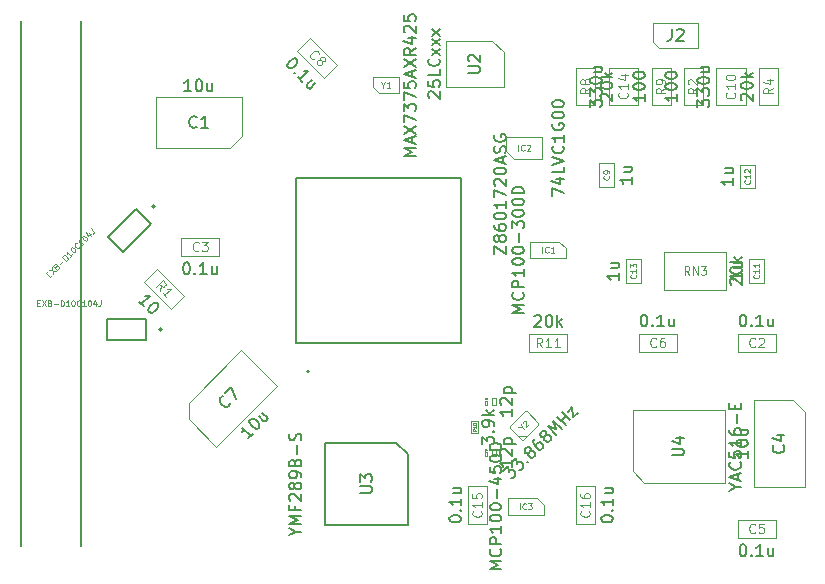
<source format=gbr>
%TF.GenerationSoftware,KiCad,Pcbnew,(5.1.10)-1*%
%TF.CreationDate,2021-11-28T20:39:18+00:00*%
%TF.ProjectId,pc_card_sound_barker,70635f63-6172-4645-9f73-6f756e645f62,rev?*%
%TF.SameCoordinates,Original*%
%TF.FileFunction,Other,Fab,Top*%
%FSLAX46Y46*%
G04 Gerber Fmt 4.6, Leading zero omitted, Abs format (unit mm)*
G04 Created by KiCad (PCBNEW (5.1.10)-1) date 2021-11-28 20:39:18*
%MOMM*%
%LPD*%
G01*
G04 APERTURE LIST*
%ADD10C,0.200000*%
%ADD11C,0.127000*%
%ADD12C,0.100000*%
%ADD13C,0.150000*%
%ADD14C,0.152400*%
%ADD15C,0.120000*%
%ADD16C,0.105000*%
%ADD17C,0.075000*%
%ADD18C,0.040000*%
%ADD19C,0.080000*%
G04 APERTURE END LIST*
D10*
%TO.C,U1*%
X124910000Y-88135000D02*
G75*
G03*
X124910000Y-88135000I-100000J0D01*
G01*
D11*
X137810000Y-71740000D02*
X137810000Y-85740000D01*
X123810000Y-71740000D02*
X123810000Y-85740000D01*
X137810000Y-71740000D02*
X123810000Y-71740000D01*
X137810000Y-85740000D02*
X123810000Y-85740000D01*
%TO.C,RN2*%
X111154000Y-85462000D02*
X107794000Y-85462000D01*
X107794000Y-85462000D02*
X107794000Y-83702000D01*
X107794000Y-83702000D02*
X111154000Y-83702000D01*
X111154000Y-83702000D02*
X111154000Y-85462000D01*
D10*
X112444000Y-84582000D02*
G75*
G03*
X112444000Y-84582000I-100000J0D01*
G01*
D11*
%TO.C,RN1*%
X111538193Y-75634315D02*
X109162315Y-78010193D01*
X109162315Y-78010193D02*
X107917807Y-76765685D01*
X107917807Y-76765685D02*
X110293685Y-74389807D01*
X110293685Y-74389807D02*
X111538193Y-75634315D01*
D10*
X111857395Y-74170604D02*
G75*
G03*
X111857395Y-74170604I-99999J0D01*
G01*
D12*
%TO.C,C5*%
X161214000Y-102273000D02*
X161214000Y-100673000D01*
X161214000Y-100673000D02*
X164414000Y-100673000D01*
X164414000Y-100673000D02*
X164414000Y-102273000D01*
X164414000Y-102273000D02*
X161214000Y-102273000D01*
%TO.C,RN3*%
X155007000Y-81229000D02*
X160207000Y-81229000D01*
X160207000Y-81229000D02*
X160207000Y-78029000D01*
X160207000Y-78029000D02*
X155007000Y-78029000D01*
X155007000Y-78029000D02*
X155007000Y-81229000D01*
%TO.C,IC2*%
X142229000Y-70115000D02*
X141579000Y-69465000D01*
X141579000Y-68315000D02*
X141579000Y-69465000D01*
X142229000Y-70115000D02*
X144679000Y-70115000D01*
X144679000Y-68315000D02*
X144679000Y-70115000D01*
X141579000Y-68315000D02*
X144679000Y-68315000D01*
%TO.C,R11*%
X146761000Y-84925000D02*
X146761000Y-86525000D01*
X146761000Y-86525000D02*
X143561000Y-86525000D01*
X143561000Y-86525000D02*
X143561000Y-84925000D01*
X143561000Y-84925000D02*
X146761000Y-84925000D01*
%TO.C,IC3*%
X141736000Y-98868000D02*
X141736000Y-100268000D01*
X144776000Y-100268000D02*
X141736000Y-100268000D01*
X144206000Y-98868000D02*
X144776000Y-99418000D01*
X144776000Y-99418000D02*
X144776000Y-100268000D01*
X144206000Y-98868000D02*
X141756000Y-98868000D01*
%TO.C,Y1*%
X130345000Y-64061000D02*
X130845000Y-64561000D01*
X132545000Y-63211000D02*
X132545000Y-64561000D01*
X130345000Y-63211000D02*
X132545000Y-63211000D01*
X130845000Y-64561000D02*
X132545000Y-64561000D01*
X130345000Y-63211000D02*
X130345000Y-64061000D01*
%TO.C,C8*%
X126168685Y-63292056D02*
X123905944Y-61029315D01*
X127300056Y-62160685D02*
X126168685Y-63292056D01*
X125037315Y-59897944D02*
X127300056Y-62160685D01*
X123905944Y-61029315D02*
X125037315Y-59897944D01*
%TO.C,R10*%
X139208000Y-93362000D02*
X138668000Y-93362000D01*
X138668000Y-93362000D02*
X138668000Y-92312000D01*
X138668000Y-92312000D02*
X139208000Y-92312000D01*
X139208000Y-92312000D02*
X139208000Y-93362000D01*
%TO.C,C18*%
X140739000Y-90978000D02*
X140439000Y-90978000D01*
X140439000Y-90978000D02*
X140439000Y-90378000D01*
X140439000Y-90378000D02*
X140739000Y-90378000D01*
X140739000Y-90378000D02*
X140739000Y-90978000D01*
%TO.C,C17*%
X140739000Y-95296000D02*
X140439000Y-95296000D01*
X140439000Y-95296000D02*
X140439000Y-94696000D01*
X140439000Y-94696000D02*
X140739000Y-94696000D01*
X140739000Y-94696000D02*
X140739000Y-95296000D01*
%TO.C,Y2*%
X141926918Y-92780711D02*
X143199711Y-91507918D01*
X143199711Y-91507918D02*
X143341132Y-91507918D01*
X143341132Y-91507918D02*
X144331082Y-92497868D01*
X144331082Y-92497868D02*
X144331082Y-92639289D01*
X144331082Y-92639289D02*
X143058289Y-93912082D01*
X143058289Y-93912082D02*
X142916868Y-93912082D01*
X142916868Y-93912082D02*
X141926918Y-92922132D01*
X141926918Y-92922132D02*
X141926918Y-92780711D01*
X142634025Y-93629239D02*
X143341132Y-93629239D01*
%TO.C,IC1*%
X146111000Y-77151000D02*
X143661000Y-77151000D01*
X146681000Y-77701000D02*
X146681000Y-78551000D01*
X146111000Y-77151000D02*
X146681000Y-77701000D01*
X146681000Y-78551000D02*
X143641000Y-78551000D01*
X143641000Y-77151000D02*
X143641000Y-78551000D01*
%TO.C,R2*%
X156640400Y-62408000D02*
X158240400Y-62408000D01*
X158240400Y-62408000D02*
X158240400Y-65608000D01*
X158240400Y-65608000D02*
X156640400Y-65608000D01*
X156640400Y-65608000D02*
X156640400Y-62408000D01*
%TO.C,C10*%
X159385200Y-62408000D02*
X161885200Y-62408000D01*
X161885200Y-62408000D02*
X161885200Y-65608000D01*
X161885200Y-65608000D02*
X159385200Y-65608000D01*
X159385200Y-65608000D02*
X159385200Y-62408000D01*
%TO.C,R9*%
X153925600Y-62408000D02*
X155525600Y-62408000D01*
X155525600Y-62408000D02*
X155525600Y-65608000D01*
X155525600Y-65608000D02*
X153925600Y-65608000D01*
X153925600Y-65608000D02*
X153925600Y-62408000D01*
%TO.C,J2*%
X154051000Y-60215000D02*
X154051000Y-58640000D01*
X154051000Y-58640000D02*
X157861000Y-58640000D01*
X157861000Y-58640000D02*
X157861000Y-60740000D01*
X157861000Y-60740000D02*
X154576000Y-60740000D01*
X154576000Y-60740000D02*
X154051000Y-60215000D01*
%TO.C,C14*%
X150280800Y-62408000D02*
X152780800Y-62408000D01*
X152780800Y-62408000D02*
X152780800Y-65608000D01*
X152780800Y-65608000D02*
X150280800Y-65608000D01*
X150280800Y-65608000D02*
X150280800Y-62408000D01*
%TO.C,R8*%
X149136000Y-62408000D02*
X149136000Y-65608000D01*
X147536000Y-62408000D02*
X149136000Y-62408000D01*
X147536000Y-65608000D02*
X147536000Y-62408000D01*
X149136000Y-65608000D02*
X147536000Y-65608000D01*
%TO.C,R4*%
X163030000Y-62408000D02*
X164630000Y-62408000D01*
X164630000Y-62408000D02*
X164630000Y-65608000D01*
X164630000Y-65608000D02*
X163030000Y-65608000D01*
X163030000Y-65608000D02*
X163030000Y-62408000D01*
%TO.C,C16*%
X149136000Y-101041000D02*
X147536000Y-101041000D01*
X147536000Y-101041000D02*
X147536000Y-97841000D01*
X147536000Y-97841000D02*
X149136000Y-97841000D01*
X149136000Y-97841000D02*
X149136000Y-101041000D01*
%TO.C,C15*%
X138392000Y-97841000D02*
X139992000Y-97841000D01*
X139992000Y-97841000D02*
X139992000Y-101041000D01*
X139992000Y-101041000D02*
X138392000Y-101041000D01*
X138392000Y-101041000D02*
X138392000Y-97841000D01*
%TO.C,C13*%
X151775000Y-78634000D02*
X153025000Y-78634000D01*
X153025000Y-78634000D02*
X153025000Y-80634000D01*
X153025000Y-80634000D02*
X151775000Y-80634000D01*
X151775000Y-80634000D02*
X151775000Y-78634000D01*
%TO.C,C12*%
X161427000Y-70628000D02*
X162677000Y-70628000D01*
X162677000Y-70628000D02*
X162677000Y-72628000D01*
X162677000Y-72628000D02*
X161427000Y-72628000D01*
X161427000Y-72628000D02*
X161427000Y-70628000D01*
%TO.C,C11*%
X162189000Y-78634000D02*
X163439000Y-78634000D01*
X163439000Y-78634000D02*
X163439000Y-80634000D01*
X163439000Y-80634000D02*
X162189000Y-80634000D01*
X162189000Y-80634000D02*
X162189000Y-78634000D01*
%TO.C,C9*%
X150739000Y-72501000D02*
X149489000Y-72501000D01*
X149489000Y-72501000D02*
X149489000Y-70501000D01*
X149489000Y-70501000D02*
X150739000Y-70501000D01*
X150739000Y-70501000D02*
X150739000Y-72501000D01*
%TO.C,C6*%
X156032000Y-84925000D02*
X156032000Y-86525000D01*
X156032000Y-86525000D02*
X152832000Y-86525000D01*
X152832000Y-86525000D02*
X152832000Y-84925000D01*
X152832000Y-84925000D02*
X156032000Y-84925000D01*
%TO.C,C3*%
X114097000Y-78397000D02*
X114097000Y-76797000D01*
X114097000Y-76797000D02*
X117297000Y-76797000D01*
X117297000Y-76797000D02*
X117297000Y-78397000D01*
X117297000Y-78397000D02*
X114097000Y-78397000D01*
%TO.C,C2*%
X164414000Y-84925000D02*
X164414000Y-86525000D01*
X164414000Y-86525000D02*
X161214000Y-86525000D01*
X161214000Y-86525000D02*
X161214000Y-84925000D01*
X161214000Y-84925000D02*
X164414000Y-84925000D01*
%TO.C,C4*%
X162569000Y-97884000D02*
X166869000Y-97884000D01*
X162569000Y-90584000D02*
X162569000Y-97884000D01*
X165869000Y-90584000D02*
X162569000Y-90584000D01*
X166869000Y-91584000D02*
X165869000Y-90584000D01*
X166869000Y-97884000D02*
X166869000Y-91584000D01*
%TO.C,R1*%
X110951944Y-80587315D02*
X112083315Y-79455944D01*
X112083315Y-79455944D02*
X114346056Y-81718685D01*
X114346056Y-81718685D02*
X113214685Y-82850056D01*
X113214685Y-82850056D02*
X110951944Y-80587315D01*
%TO.C,C7*%
X119170660Y-86322781D02*
X114715887Y-90777553D01*
X114715887Y-90777553D02*
X114715887Y-92191767D01*
X114715887Y-92191767D02*
X117049340Y-94525219D01*
X117049340Y-94525219D02*
X122211219Y-89363340D01*
X122211219Y-89363340D02*
X119170660Y-86322781D01*
%TO.C,C1*%
X111920000Y-69206000D02*
X118220000Y-69206000D01*
X118220000Y-69206000D02*
X119220000Y-68206000D01*
X119220000Y-68206000D02*
X119220000Y-64906000D01*
X119220000Y-64906000D02*
X111920000Y-64906000D01*
X111920000Y-64906000D02*
X111920000Y-69206000D01*
%TO.C,U4*%
X152310000Y-96538000D02*
X152310000Y-91438000D01*
X152310000Y-91438000D02*
X160110000Y-91438000D01*
X160110000Y-91438000D02*
X160110000Y-97538000D01*
X160110000Y-97538000D02*
X153310000Y-97538000D01*
X153310000Y-97538000D02*
X152310000Y-96538000D01*
%TO.C,U2*%
X141388000Y-61128000D02*
X141388000Y-64053000D01*
X141388000Y-64053000D02*
X136488000Y-64053000D01*
X136488000Y-64053000D02*
X136488000Y-60153000D01*
X136488000Y-60153000D02*
X140413000Y-60153000D01*
X140413000Y-60153000D02*
X141388000Y-61128000D01*
D13*
%TO.C,U3*%
X133294000Y-95163000D02*
X133294000Y-101163000D01*
X133294000Y-101163000D02*
X126294000Y-101163000D01*
X126294000Y-101163000D02*
X126294000Y-94163000D01*
X126294000Y-94163000D02*
X132294000Y-94163000D01*
X132294000Y-94163000D02*
X133294000Y-95163000D01*
D14*
%TO.C,J1*%
X100490001Y-58496201D02*
X100490001Y-102946201D01*
X105570001Y-58496201D02*
X105570001Y-102946201D01*
%TD*%
%TO.C,U1*%
D13*
X140582380Y-78166428D02*
X140582380Y-77499761D01*
X141582380Y-78166428D01*
X141582380Y-77499761D01*
X141010952Y-76975952D02*
X140963333Y-77071190D01*
X140915714Y-77118809D01*
X140820476Y-77166428D01*
X140772857Y-77166428D01*
X140677619Y-77118809D01*
X140630000Y-77071190D01*
X140582380Y-76975952D01*
X140582380Y-76785476D01*
X140630000Y-76690238D01*
X140677619Y-76642619D01*
X140772857Y-76595000D01*
X140820476Y-76595000D01*
X140915714Y-76642619D01*
X140963333Y-76690238D01*
X141010952Y-76785476D01*
X141010952Y-76975952D01*
X141058571Y-77071190D01*
X141106190Y-77118809D01*
X141201428Y-77166428D01*
X141391904Y-77166428D01*
X141487142Y-77118809D01*
X141534761Y-77071190D01*
X141582380Y-76975952D01*
X141582380Y-76785476D01*
X141534761Y-76690238D01*
X141487142Y-76642619D01*
X141391904Y-76595000D01*
X141201428Y-76595000D01*
X141106190Y-76642619D01*
X141058571Y-76690238D01*
X141010952Y-76785476D01*
X140582380Y-75737857D02*
X140582380Y-75928333D01*
X140630000Y-76023571D01*
X140677619Y-76071190D01*
X140820476Y-76166428D01*
X141010952Y-76214047D01*
X141391904Y-76214047D01*
X141487142Y-76166428D01*
X141534761Y-76118809D01*
X141582380Y-76023571D01*
X141582380Y-75833095D01*
X141534761Y-75737857D01*
X141487142Y-75690238D01*
X141391904Y-75642619D01*
X141153809Y-75642619D01*
X141058571Y-75690238D01*
X141010952Y-75737857D01*
X140963333Y-75833095D01*
X140963333Y-76023571D01*
X141010952Y-76118809D01*
X141058571Y-76166428D01*
X141153809Y-76214047D01*
X140582380Y-75023571D02*
X140582380Y-74928333D01*
X140630000Y-74833095D01*
X140677619Y-74785476D01*
X140772857Y-74737857D01*
X140963333Y-74690238D01*
X141201428Y-74690238D01*
X141391904Y-74737857D01*
X141487142Y-74785476D01*
X141534761Y-74833095D01*
X141582380Y-74928333D01*
X141582380Y-75023571D01*
X141534761Y-75118809D01*
X141487142Y-75166428D01*
X141391904Y-75214047D01*
X141201428Y-75261666D01*
X140963333Y-75261666D01*
X140772857Y-75214047D01*
X140677619Y-75166428D01*
X140630000Y-75118809D01*
X140582380Y-75023571D01*
X141582380Y-73737857D02*
X141582380Y-74309285D01*
X141582380Y-74023571D02*
X140582380Y-74023571D01*
X140725238Y-74118809D01*
X140820476Y-74214047D01*
X140868095Y-74309285D01*
X140582380Y-73404523D02*
X140582380Y-72737857D01*
X141582380Y-73166428D01*
X140677619Y-72404523D02*
X140630000Y-72356904D01*
X140582380Y-72261666D01*
X140582380Y-72023571D01*
X140630000Y-71928333D01*
X140677619Y-71880714D01*
X140772857Y-71833095D01*
X140868095Y-71833095D01*
X141010952Y-71880714D01*
X141582380Y-72452142D01*
X141582380Y-71833095D01*
X140582380Y-71214047D02*
X140582380Y-71118809D01*
X140630000Y-71023571D01*
X140677619Y-70975952D01*
X140772857Y-70928333D01*
X140963333Y-70880714D01*
X141201428Y-70880714D01*
X141391904Y-70928333D01*
X141487142Y-70975952D01*
X141534761Y-71023571D01*
X141582380Y-71118809D01*
X141582380Y-71214047D01*
X141534761Y-71309285D01*
X141487142Y-71356904D01*
X141391904Y-71404523D01*
X141201428Y-71452142D01*
X140963333Y-71452142D01*
X140772857Y-71404523D01*
X140677619Y-71356904D01*
X140630000Y-71309285D01*
X140582380Y-71214047D01*
X141296666Y-70499761D02*
X141296666Y-70023571D01*
X141582380Y-70595000D02*
X140582380Y-70261666D01*
X141582380Y-69928333D01*
X141534761Y-69642619D02*
X141582380Y-69499761D01*
X141582380Y-69261666D01*
X141534761Y-69166428D01*
X141487142Y-69118809D01*
X141391904Y-69071190D01*
X141296666Y-69071190D01*
X141201428Y-69118809D01*
X141153809Y-69166428D01*
X141106190Y-69261666D01*
X141058571Y-69452142D01*
X141010952Y-69547380D01*
X140963333Y-69595000D01*
X140868095Y-69642619D01*
X140772857Y-69642619D01*
X140677619Y-69595000D01*
X140630000Y-69547380D01*
X140582380Y-69452142D01*
X140582380Y-69214047D01*
X140630000Y-69071190D01*
X140630000Y-68118809D02*
X140582380Y-68214047D01*
X140582380Y-68356904D01*
X140630000Y-68499761D01*
X140725238Y-68595000D01*
X140820476Y-68642619D01*
X141010952Y-68690238D01*
X141153809Y-68690238D01*
X141344285Y-68642619D01*
X141439523Y-68595000D01*
X141534761Y-68499761D01*
X141582380Y-68356904D01*
X141582380Y-68261666D01*
X141534761Y-68118809D01*
X141487142Y-68071190D01*
X141153809Y-68071190D01*
X141153809Y-68261666D01*
%TO.C,RN2*%
D15*
X101912684Y-82339514D02*
X102072684Y-82339514D01*
X102141255Y-82590942D02*
X101912684Y-82590942D01*
X101912684Y-82110942D01*
X102141255Y-82110942D01*
X102301255Y-82110942D02*
X102621255Y-82590942D01*
X102621255Y-82110942D02*
X102301255Y-82590942D01*
X102964112Y-82339514D02*
X103032684Y-82362371D01*
X103055541Y-82385228D01*
X103078398Y-82430942D01*
X103078398Y-82499514D01*
X103055541Y-82545228D01*
X103032684Y-82568085D01*
X102986970Y-82590942D01*
X102804112Y-82590942D01*
X102804112Y-82110942D01*
X102964112Y-82110942D01*
X103009827Y-82133800D01*
X103032684Y-82156657D01*
X103055541Y-82202371D01*
X103055541Y-82248085D01*
X103032684Y-82293800D01*
X103009827Y-82316657D01*
X102964112Y-82339514D01*
X102804112Y-82339514D01*
X103284112Y-82408085D02*
X103649827Y-82408085D01*
X103878398Y-82590942D02*
X103878398Y-82110942D01*
X103992684Y-82110942D01*
X104061255Y-82133800D01*
X104106970Y-82179514D01*
X104129827Y-82225228D01*
X104152684Y-82316657D01*
X104152684Y-82385228D01*
X104129827Y-82476657D01*
X104106970Y-82522371D01*
X104061255Y-82568085D01*
X103992684Y-82590942D01*
X103878398Y-82590942D01*
X104609827Y-82590942D02*
X104335541Y-82590942D01*
X104472684Y-82590942D02*
X104472684Y-82110942D01*
X104426970Y-82179514D01*
X104381255Y-82225228D01*
X104335541Y-82248085D01*
X104906970Y-82110942D02*
X104952684Y-82110942D01*
X104998398Y-82133800D01*
X105021255Y-82156657D01*
X105044112Y-82202371D01*
X105066970Y-82293800D01*
X105066970Y-82408085D01*
X105044112Y-82499514D01*
X105021255Y-82545228D01*
X104998398Y-82568085D01*
X104952684Y-82590942D01*
X104906970Y-82590942D01*
X104861255Y-82568085D01*
X104838398Y-82545228D01*
X104815541Y-82499514D01*
X104792684Y-82408085D01*
X104792684Y-82293800D01*
X104815541Y-82202371D01*
X104838398Y-82156657D01*
X104861255Y-82133800D01*
X104906970Y-82110942D01*
X105546970Y-82545228D02*
X105524112Y-82568085D01*
X105455541Y-82590942D01*
X105409827Y-82590942D01*
X105341255Y-82568085D01*
X105295541Y-82522371D01*
X105272684Y-82476657D01*
X105249827Y-82385228D01*
X105249827Y-82316657D01*
X105272684Y-82225228D01*
X105295541Y-82179514D01*
X105341255Y-82133800D01*
X105409827Y-82110942D01*
X105455541Y-82110942D01*
X105524112Y-82133800D01*
X105546970Y-82156657D01*
X106004112Y-82590942D02*
X105729827Y-82590942D01*
X105866970Y-82590942D02*
X105866970Y-82110942D01*
X105821255Y-82179514D01*
X105775541Y-82225228D01*
X105729827Y-82248085D01*
X106301255Y-82110942D02*
X106346970Y-82110942D01*
X106392684Y-82133800D01*
X106415541Y-82156657D01*
X106438398Y-82202371D01*
X106461255Y-82293800D01*
X106461255Y-82408085D01*
X106438398Y-82499514D01*
X106415541Y-82545228D01*
X106392684Y-82568085D01*
X106346970Y-82590942D01*
X106301255Y-82590942D01*
X106255541Y-82568085D01*
X106232684Y-82545228D01*
X106209827Y-82499514D01*
X106186970Y-82408085D01*
X106186970Y-82293800D01*
X106209827Y-82202371D01*
X106232684Y-82156657D01*
X106255541Y-82133800D01*
X106301255Y-82110942D01*
X106872684Y-82270942D02*
X106872684Y-82590942D01*
X106758398Y-82088085D02*
X106644112Y-82430942D01*
X106941255Y-82430942D01*
X107261255Y-82110942D02*
X107261255Y-82453800D01*
X107238398Y-82522371D01*
X107192684Y-82568085D01*
X107124112Y-82590942D01*
X107078398Y-82590942D01*
D13*
%TO.C,RN1*%
D15*
X102795665Y-79960980D02*
X102908802Y-79847843D01*
X103135077Y-79977143D02*
X102973452Y-80138767D01*
X102634041Y-79799356D01*
X102795665Y-79637732D01*
X102908802Y-79524595D02*
X103474488Y-79637732D01*
X103135077Y-79298320D02*
X103248214Y-79864006D01*
X103539138Y-79217508D02*
X103603787Y-79185183D01*
X103636112Y-79185183D01*
X103684600Y-79201346D01*
X103733087Y-79249833D01*
X103749249Y-79298320D01*
X103749249Y-79330645D01*
X103733087Y-79379133D01*
X103603787Y-79508432D01*
X103264376Y-79169021D01*
X103377513Y-79055884D01*
X103426000Y-79039721D01*
X103458325Y-79039721D01*
X103506813Y-79055884D01*
X103539138Y-79088209D01*
X103555300Y-79136696D01*
X103555300Y-79169021D01*
X103539138Y-79217508D01*
X103426000Y-79330645D01*
X103813899Y-79039721D02*
X104072498Y-78781122D01*
X104363422Y-78748797D02*
X104024011Y-78409386D01*
X104104823Y-78328574D01*
X104169473Y-78296249D01*
X104234122Y-78296249D01*
X104282610Y-78312411D01*
X104363422Y-78360899D01*
X104411909Y-78409386D01*
X104460397Y-78490198D01*
X104476559Y-78538686D01*
X104476559Y-78603335D01*
X104444234Y-78667985D01*
X104363422Y-78748797D01*
X104880620Y-78231599D02*
X104686671Y-78425549D01*
X104783645Y-78328574D02*
X104444234Y-77989163D01*
X104460397Y-78069975D01*
X104460397Y-78134625D01*
X104444234Y-78183112D01*
X104751321Y-77682076D02*
X104783645Y-77649751D01*
X104832133Y-77633589D01*
X104864458Y-77633589D01*
X104912945Y-77649751D01*
X104993757Y-77698239D01*
X105074569Y-77779051D01*
X105123057Y-77859863D01*
X105139219Y-77908350D01*
X105139219Y-77940675D01*
X105123057Y-77989163D01*
X105090732Y-78021488D01*
X105042245Y-78037650D01*
X105009920Y-78037650D01*
X104961432Y-78021488D01*
X104880620Y-77973000D01*
X104799808Y-77892188D01*
X104751321Y-77811376D01*
X104735158Y-77762888D01*
X104735158Y-77730564D01*
X104751321Y-77682076D01*
X105510955Y-77536614D02*
X105510955Y-77568939D01*
X105478630Y-77633589D01*
X105446306Y-77665914D01*
X105381656Y-77698239D01*
X105317006Y-77698239D01*
X105268519Y-77682076D01*
X105187707Y-77633589D01*
X105139219Y-77585102D01*
X105090732Y-77504289D01*
X105074569Y-77455802D01*
X105074569Y-77391152D01*
X105106894Y-77326503D01*
X105139219Y-77294178D01*
X105203869Y-77261853D01*
X105236194Y-77261853D01*
X105866529Y-77245690D02*
X105672580Y-77439640D01*
X105769554Y-77342665D02*
X105430143Y-77003254D01*
X105446306Y-77084066D01*
X105446306Y-77148716D01*
X105430143Y-77197203D01*
X105737229Y-76696167D02*
X105769554Y-76663842D01*
X105818042Y-76647680D01*
X105850367Y-76647680D01*
X105898854Y-76663842D01*
X105979666Y-76712330D01*
X106060478Y-76793142D01*
X106108966Y-76873954D01*
X106125128Y-76922442D01*
X106125128Y-76954766D01*
X106108966Y-77003254D01*
X106076641Y-77035579D01*
X106028153Y-77051741D01*
X105995829Y-77051741D01*
X105947341Y-77035579D01*
X105866529Y-76987091D01*
X105785717Y-76906279D01*
X105737229Y-76825467D01*
X105721067Y-76776980D01*
X105721067Y-76744655D01*
X105737229Y-76696167D01*
X106254428Y-76405243D02*
X106480702Y-76631518D01*
X106044316Y-76356756D02*
X106205940Y-76680005D01*
X106416052Y-76469893D01*
X106416052Y-76017345D02*
X106658489Y-76259781D01*
X106690813Y-76324431D01*
X106690813Y-76389081D01*
X106658489Y-76453731D01*
X106626164Y-76486056D01*
D13*
%TO.C,C5*%
X161599714Y-102775380D02*
X161694952Y-102775380D01*
X161790190Y-102823000D01*
X161837809Y-102870619D01*
X161885428Y-102965857D01*
X161933047Y-103156333D01*
X161933047Y-103394428D01*
X161885428Y-103584904D01*
X161837809Y-103680142D01*
X161790190Y-103727761D01*
X161694952Y-103775380D01*
X161599714Y-103775380D01*
X161504476Y-103727761D01*
X161456857Y-103680142D01*
X161409238Y-103584904D01*
X161361619Y-103394428D01*
X161361619Y-103156333D01*
X161409238Y-102965857D01*
X161456857Y-102870619D01*
X161504476Y-102823000D01*
X161599714Y-102775380D01*
X162361619Y-103680142D02*
X162409238Y-103727761D01*
X162361619Y-103775380D01*
X162314000Y-103727761D01*
X162361619Y-103680142D01*
X162361619Y-103775380D01*
X163361619Y-103775380D02*
X162790190Y-103775380D01*
X163075904Y-103775380D02*
X163075904Y-102775380D01*
X162980666Y-102918238D01*
X162885428Y-103013476D01*
X162790190Y-103061095D01*
X164218761Y-103108714D02*
X164218761Y-103775380D01*
X163790190Y-103108714D02*
X163790190Y-103632523D01*
X163837809Y-103727761D01*
X163933047Y-103775380D01*
X164075904Y-103775380D01*
X164171142Y-103727761D01*
X164218761Y-103680142D01*
D15*
X162680666Y-101758714D02*
X162642571Y-101796809D01*
X162528285Y-101834904D01*
X162452095Y-101834904D01*
X162337809Y-101796809D01*
X162261619Y-101720619D01*
X162223523Y-101644428D01*
X162185428Y-101492047D01*
X162185428Y-101377761D01*
X162223523Y-101225380D01*
X162261619Y-101149190D01*
X162337809Y-101073000D01*
X162452095Y-101034904D01*
X162528285Y-101034904D01*
X162642571Y-101073000D01*
X162680666Y-101111095D01*
X163404476Y-101034904D02*
X163023523Y-101034904D01*
X162985428Y-101415857D01*
X163023523Y-101377761D01*
X163099714Y-101339666D01*
X163290190Y-101339666D01*
X163366380Y-101377761D01*
X163404476Y-101415857D01*
X163442571Y-101492047D01*
X163442571Y-101682523D01*
X163404476Y-101758714D01*
X163366380Y-101796809D01*
X163290190Y-101834904D01*
X163099714Y-101834904D01*
X163023523Y-101796809D01*
X162985428Y-101758714D01*
%TO.C,RN3*%
D13*
X160654619Y-80795666D02*
X160607000Y-80748047D01*
X160559380Y-80652809D01*
X160559380Y-80414714D01*
X160607000Y-80319476D01*
X160654619Y-80271857D01*
X160749857Y-80224238D01*
X160845095Y-80224238D01*
X160987952Y-80271857D01*
X161559380Y-80843285D01*
X161559380Y-80224238D01*
X160559380Y-79605190D02*
X160559380Y-79509952D01*
X160607000Y-79414714D01*
X160654619Y-79367095D01*
X160749857Y-79319476D01*
X160940333Y-79271857D01*
X161178428Y-79271857D01*
X161368904Y-79319476D01*
X161464142Y-79367095D01*
X161511761Y-79414714D01*
X161559380Y-79509952D01*
X161559380Y-79605190D01*
X161511761Y-79700428D01*
X161464142Y-79748047D01*
X161368904Y-79795666D01*
X161178428Y-79843285D01*
X160940333Y-79843285D01*
X160749857Y-79795666D01*
X160654619Y-79748047D01*
X160607000Y-79700428D01*
X160559380Y-79605190D01*
X161559380Y-78843285D02*
X160559380Y-78843285D01*
X161178428Y-78748047D02*
X161559380Y-78462333D01*
X160892714Y-78462333D02*
X161273666Y-78843285D01*
D16*
X157123666Y-79945666D02*
X156890333Y-79612333D01*
X156723666Y-79945666D02*
X156723666Y-79245666D01*
X156990333Y-79245666D01*
X157057000Y-79279000D01*
X157090333Y-79312333D01*
X157123666Y-79379000D01*
X157123666Y-79479000D01*
X157090333Y-79545666D01*
X157057000Y-79579000D01*
X156990333Y-79612333D01*
X156723666Y-79612333D01*
X157423666Y-79945666D02*
X157423666Y-79245666D01*
X157823666Y-79945666D01*
X157823666Y-79245666D01*
X158090333Y-79245666D02*
X158523666Y-79245666D01*
X158290333Y-79512333D01*
X158390333Y-79512333D01*
X158457000Y-79545666D01*
X158490333Y-79579000D01*
X158523666Y-79645666D01*
X158523666Y-79812333D01*
X158490333Y-79879000D01*
X158457000Y-79912333D01*
X158390333Y-79945666D01*
X158190333Y-79945666D01*
X158123666Y-79912333D01*
X158090333Y-79879000D01*
%TO.C,IC2*%
D13*
X145481380Y-73286428D02*
X145481380Y-72619761D01*
X146481380Y-73048333D01*
X145814714Y-71810238D02*
X146481380Y-71810238D01*
X145433761Y-72048333D02*
X146148047Y-72286428D01*
X146148047Y-71667380D01*
X146481380Y-70810238D02*
X146481380Y-71286428D01*
X145481380Y-71286428D01*
X145481380Y-70619761D02*
X146481380Y-70286428D01*
X145481380Y-69953095D01*
X146386142Y-69048333D02*
X146433761Y-69095952D01*
X146481380Y-69238809D01*
X146481380Y-69334047D01*
X146433761Y-69476904D01*
X146338523Y-69572142D01*
X146243285Y-69619761D01*
X146052809Y-69667380D01*
X145909952Y-69667380D01*
X145719476Y-69619761D01*
X145624238Y-69572142D01*
X145529000Y-69476904D01*
X145481380Y-69334047D01*
X145481380Y-69238809D01*
X145529000Y-69095952D01*
X145576619Y-69048333D01*
X146481380Y-68095952D02*
X146481380Y-68667380D01*
X146481380Y-68381666D02*
X145481380Y-68381666D01*
X145624238Y-68476904D01*
X145719476Y-68572142D01*
X145767095Y-68667380D01*
X145529000Y-67143571D02*
X145481380Y-67238809D01*
X145481380Y-67381666D01*
X145529000Y-67524523D01*
X145624238Y-67619761D01*
X145719476Y-67667380D01*
X145909952Y-67715000D01*
X146052809Y-67715000D01*
X146243285Y-67667380D01*
X146338523Y-67619761D01*
X146433761Y-67524523D01*
X146481380Y-67381666D01*
X146481380Y-67286428D01*
X146433761Y-67143571D01*
X146386142Y-67095952D01*
X146052809Y-67095952D01*
X146052809Y-67286428D01*
X145481380Y-66476904D02*
X145481380Y-66381666D01*
X145529000Y-66286428D01*
X145576619Y-66238809D01*
X145671857Y-66191190D01*
X145862333Y-66143571D01*
X146100428Y-66143571D01*
X146290904Y-66191190D01*
X146386142Y-66238809D01*
X146433761Y-66286428D01*
X146481380Y-66381666D01*
X146481380Y-66476904D01*
X146433761Y-66572142D01*
X146386142Y-66619761D01*
X146290904Y-66667380D01*
X146100428Y-66715000D01*
X145862333Y-66715000D01*
X145671857Y-66667380D01*
X145576619Y-66619761D01*
X145529000Y-66572142D01*
X145481380Y-66476904D01*
X145481380Y-65524523D02*
X145481380Y-65429285D01*
X145529000Y-65334047D01*
X145576619Y-65286428D01*
X145671857Y-65238809D01*
X145862333Y-65191190D01*
X146100428Y-65191190D01*
X146290904Y-65238809D01*
X146386142Y-65286428D01*
X146433761Y-65334047D01*
X146481380Y-65429285D01*
X146481380Y-65524523D01*
X146433761Y-65619761D01*
X146386142Y-65667380D01*
X146290904Y-65715000D01*
X146100428Y-65762619D01*
X145862333Y-65762619D01*
X145671857Y-65715000D01*
X145576619Y-65667380D01*
X145529000Y-65619761D01*
X145481380Y-65524523D01*
D17*
X142640904Y-69441190D02*
X142640904Y-68941190D01*
X143164714Y-69393571D02*
X143140904Y-69417380D01*
X143069476Y-69441190D01*
X143021857Y-69441190D01*
X142950428Y-69417380D01*
X142902809Y-69369761D01*
X142879000Y-69322142D01*
X142855190Y-69226904D01*
X142855190Y-69155476D01*
X142879000Y-69060238D01*
X142902809Y-69012619D01*
X142950428Y-68965000D01*
X143021857Y-68941190D01*
X143069476Y-68941190D01*
X143140904Y-68965000D01*
X143164714Y-68988809D01*
X143355190Y-68988809D02*
X143379000Y-68965000D01*
X143426619Y-68941190D01*
X143545666Y-68941190D01*
X143593285Y-68965000D01*
X143617095Y-68988809D01*
X143640904Y-69036428D01*
X143640904Y-69084047D01*
X143617095Y-69155476D01*
X143331380Y-69441190D01*
X143640904Y-69441190D01*
%TO.C,R11*%
D13*
X143994333Y-83452619D02*
X144041952Y-83405000D01*
X144137190Y-83357380D01*
X144375285Y-83357380D01*
X144470523Y-83405000D01*
X144518142Y-83452619D01*
X144565761Y-83547857D01*
X144565761Y-83643095D01*
X144518142Y-83785952D01*
X143946714Y-84357380D01*
X144565761Y-84357380D01*
X145184809Y-83357380D02*
X145280047Y-83357380D01*
X145375285Y-83405000D01*
X145422904Y-83452619D01*
X145470523Y-83547857D01*
X145518142Y-83738333D01*
X145518142Y-83976428D01*
X145470523Y-84166904D01*
X145422904Y-84262142D01*
X145375285Y-84309761D01*
X145280047Y-84357380D01*
X145184809Y-84357380D01*
X145089571Y-84309761D01*
X145041952Y-84262142D01*
X144994333Y-84166904D01*
X144946714Y-83976428D01*
X144946714Y-83738333D01*
X144994333Y-83547857D01*
X145041952Y-83452619D01*
X145089571Y-83405000D01*
X145184809Y-83357380D01*
X145946714Y-84357380D02*
X145946714Y-83357380D01*
X146041952Y-83976428D02*
X146327666Y-84357380D01*
X146327666Y-83690714D02*
X145946714Y-84071666D01*
D15*
X144646714Y-86086904D02*
X144380047Y-85705952D01*
X144189571Y-86086904D02*
X144189571Y-85286904D01*
X144494333Y-85286904D01*
X144570523Y-85325000D01*
X144608619Y-85363095D01*
X144646714Y-85439285D01*
X144646714Y-85553571D01*
X144608619Y-85629761D01*
X144570523Y-85667857D01*
X144494333Y-85705952D01*
X144189571Y-85705952D01*
X145408619Y-86086904D02*
X144951476Y-86086904D01*
X145180047Y-86086904D02*
X145180047Y-85286904D01*
X145103857Y-85401190D01*
X145027666Y-85477380D01*
X144951476Y-85515476D01*
X146170523Y-86086904D02*
X145713380Y-86086904D01*
X145941952Y-86086904D02*
X145941952Y-85286904D01*
X145865761Y-85401190D01*
X145789571Y-85477380D01*
X145713380Y-85515476D01*
%TO.C,IC3*%
D13*
X141208380Y-104877523D02*
X140208380Y-104877523D01*
X140922666Y-104544190D01*
X140208380Y-104210857D01*
X141208380Y-104210857D01*
X141113142Y-103163238D02*
X141160761Y-103210857D01*
X141208380Y-103353714D01*
X141208380Y-103448952D01*
X141160761Y-103591809D01*
X141065523Y-103687047D01*
X140970285Y-103734666D01*
X140779809Y-103782285D01*
X140636952Y-103782285D01*
X140446476Y-103734666D01*
X140351238Y-103687047D01*
X140256000Y-103591809D01*
X140208380Y-103448952D01*
X140208380Y-103353714D01*
X140256000Y-103210857D01*
X140303619Y-103163238D01*
X141208380Y-102734666D02*
X140208380Y-102734666D01*
X140208380Y-102353714D01*
X140256000Y-102258476D01*
X140303619Y-102210857D01*
X140398857Y-102163238D01*
X140541714Y-102163238D01*
X140636952Y-102210857D01*
X140684571Y-102258476D01*
X140732190Y-102353714D01*
X140732190Y-102734666D01*
X141208380Y-101210857D02*
X141208380Y-101782285D01*
X141208380Y-101496571D02*
X140208380Y-101496571D01*
X140351238Y-101591809D01*
X140446476Y-101687047D01*
X140494095Y-101782285D01*
X140208380Y-100591809D02*
X140208380Y-100496571D01*
X140256000Y-100401333D01*
X140303619Y-100353714D01*
X140398857Y-100306095D01*
X140589333Y-100258476D01*
X140827428Y-100258476D01*
X141017904Y-100306095D01*
X141113142Y-100353714D01*
X141160761Y-100401333D01*
X141208380Y-100496571D01*
X141208380Y-100591809D01*
X141160761Y-100687047D01*
X141113142Y-100734666D01*
X141017904Y-100782285D01*
X140827428Y-100829904D01*
X140589333Y-100829904D01*
X140398857Y-100782285D01*
X140303619Y-100734666D01*
X140256000Y-100687047D01*
X140208380Y-100591809D01*
X140208380Y-99639428D02*
X140208380Y-99544190D01*
X140256000Y-99448952D01*
X140303619Y-99401333D01*
X140398857Y-99353714D01*
X140589333Y-99306095D01*
X140827428Y-99306095D01*
X141017904Y-99353714D01*
X141113142Y-99401333D01*
X141160761Y-99448952D01*
X141208380Y-99544190D01*
X141208380Y-99639428D01*
X141160761Y-99734666D01*
X141113142Y-99782285D01*
X141017904Y-99829904D01*
X140827428Y-99877523D01*
X140589333Y-99877523D01*
X140398857Y-99829904D01*
X140303619Y-99782285D01*
X140256000Y-99734666D01*
X140208380Y-99639428D01*
X140827428Y-98877523D02*
X140827428Y-98115619D01*
X140541714Y-97210857D02*
X141208380Y-97210857D01*
X140160761Y-97448952D02*
X140875047Y-97687047D01*
X140875047Y-97068000D01*
X140208380Y-96210857D02*
X140208380Y-96687047D01*
X140684571Y-96734666D01*
X140636952Y-96687047D01*
X140589333Y-96591809D01*
X140589333Y-96353714D01*
X140636952Y-96258476D01*
X140684571Y-96210857D01*
X140779809Y-96163238D01*
X141017904Y-96163238D01*
X141113142Y-96210857D01*
X141160761Y-96258476D01*
X141208380Y-96353714D01*
X141208380Y-96591809D01*
X141160761Y-96687047D01*
X141113142Y-96734666D01*
X140208380Y-95544190D02*
X140208380Y-95448952D01*
X140256000Y-95353714D01*
X140303619Y-95306095D01*
X140398857Y-95258476D01*
X140589333Y-95210857D01*
X140827428Y-95210857D01*
X141017904Y-95258476D01*
X141113142Y-95306095D01*
X141160761Y-95353714D01*
X141208380Y-95448952D01*
X141208380Y-95544190D01*
X141160761Y-95639428D01*
X141113142Y-95687047D01*
X141017904Y-95734666D01*
X140827428Y-95782285D01*
X140589333Y-95782285D01*
X140398857Y-95734666D01*
X140303619Y-95687047D01*
X140256000Y-95639428D01*
X140208380Y-95544190D01*
X141208380Y-94782285D02*
X140208380Y-94782285D01*
X140208380Y-94544190D01*
X140256000Y-94401333D01*
X140351238Y-94306095D01*
X140446476Y-94258476D01*
X140636952Y-94210857D01*
X140779809Y-94210857D01*
X140970285Y-94258476D01*
X141065523Y-94306095D01*
X141160761Y-94401333D01*
X141208380Y-94544190D01*
X141208380Y-94782285D01*
D17*
X142767904Y-99794190D02*
X142767904Y-99294190D01*
X143291714Y-99746571D02*
X143267904Y-99770380D01*
X143196476Y-99794190D01*
X143148857Y-99794190D01*
X143077428Y-99770380D01*
X143029809Y-99722761D01*
X143006000Y-99675142D01*
X142982190Y-99579904D01*
X142982190Y-99508476D01*
X143006000Y-99413238D01*
X143029809Y-99365619D01*
X143077428Y-99318000D01*
X143148857Y-99294190D01*
X143196476Y-99294190D01*
X143267904Y-99318000D01*
X143291714Y-99341809D01*
X143458380Y-99294190D02*
X143767904Y-99294190D01*
X143601238Y-99484666D01*
X143672666Y-99484666D01*
X143720285Y-99508476D01*
X143744095Y-99532285D01*
X143767904Y-99579904D01*
X143767904Y-99698952D01*
X143744095Y-99746571D01*
X143720285Y-99770380D01*
X143672666Y-99794190D01*
X143529809Y-99794190D01*
X143482190Y-99770380D01*
X143458380Y-99746571D01*
%TO.C,Y1*%
D13*
X133947380Y-69907190D02*
X132947380Y-69907190D01*
X133661666Y-69573857D01*
X132947380Y-69240523D01*
X133947380Y-69240523D01*
X133661666Y-68811952D02*
X133661666Y-68335761D01*
X133947380Y-68907190D02*
X132947380Y-68573857D01*
X133947380Y-68240523D01*
X132947380Y-68002428D02*
X133947380Y-67335761D01*
X132947380Y-67335761D02*
X133947380Y-68002428D01*
X132947380Y-67050047D02*
X132947380Y-66383380D01*
X133947380Y-66811952D01*
X132947380Y-66097666D02*
X132947380Y-65478619D01*
X133328333Y-65811952D01*
X133328333Y-65669095D01*
X133375952Y-65573857D01*
X133423571Y-65526238D01*
X133518809Y-65478619D01*
X133756904Y-65478619D01*
X133852142Y-65526238D01*
X133899761Y-65573857D01*
X133947380Y-65669095D01*
X133947380Y-65954809D01*
X133899761Y-66050047D01*
X133852142Y-66097666D01*
X132947380Y-65145285D02*
X132947380Y-64478619D01*
X133947380Y-64907190D01*
X132947380Y-63621476D02*
X132947380Y-64097666D01*
X133423571Y-64145285D01*
X133375952Y-64097666D01*
X133328333Y-64002428D01*
X133328333Y-63764333D01*
X133375952Y-63669095D01*
X133423571Y-63621476D01*
X133518809Y-63573857D01*
X133756904Y-63573857D01*
X133852142Y-63621476D01*
X133899761Y-63669095D01*
X133947380Y-63764333D01*
X133947380Y-64002428D01*
X133899761Y-64097666D01*
X133852142Y-64145285D01*
X133661666Y-63192904D02*
X133661666Y-62716714D01*
X133947380Y-63288142D02*
X132947380Y-62954809D01*
X133947380Y-62621476D01*
X132947380Y-62383380D02*
X133947380Y-61716714D01*
X132947380Y-61716714D02*
X133947380Y-62383380D01*
X133947380Y-60764333D02*
X133471190Y-61097666D01*
X133947380Y-61335761D02*
X132947380Y-61335761D01*
X132947380Y-60954809D01*
X132995000Y-60859571D01*
X133042619Y-60811952D01*
X133137857Y-60764333D01*
X133280714Y-60764333D01*
X133375952Y-60811952D01*
X133423571Y-60859571D01*
X133471190Y-60954809D01*
X133471190Y-61335761D01*
X133280714Y-59907190D02*
X133947380Y-59907190D01*
X132899761Y-60145285D02*
X133614047Y-60383380D01*
X133614047Y-59764333D01*
X133042619Y-59431000D02*
X132995000Y-59383380D01*
X132947380Y-59288142D01*
X132947380Y-59050047D01*
X132995000Y-58954809D01*
X133042619Y-58907190D01*
X133137857Y-58859571D01*
X133233095Y-58859571D01*
X133375952Y-58907190D01*
X133947380Y-59478619D01*
X133947380Y-58859571D01*
X132947380Y-57954809D02*
X132947380Y-58431000D01*
X133423571Y-58478619D01*
X133375952Y-58431000D01*
X133328333Y-58335761D01*
X133328333Y-58097666D01*
X133375952Y-58002428D01*
X133423571Y-57954809D01*
X133518809Y-57907190D01*
X133756904Y-57907190D01*
X133852142Y-57954809D01*
X133899761Y-58002428D01*
X133947380Y-58097666D01*
X133947380Y-58335761D01*
X133899761Y-58431000D01*
X133852142Y-58478619D01*
D17*
X131206904Y-63869095D02*
X131206904Y-64107190D01*
X131040238Y-63607190D02*
X131206904Y-63869095D01*
X131373571Y-63607190D01*
X131802142Y-64107190D02*
X131516428Y-64107190D01*
X131659285Y-64107190D02*
X131659285Y-63607190D01*
X131611666Y-63678619D01*
X131564047Y-63726238D01*
X131516428Y-63750047D01*
%TO.C,C8*%
D13*
X123823447Y-61657293D02*
X123890790Y-61724636D01*
X123924462Y-61825651D01*
X123924462Y-61892995D01*
X123890790Y-61994010D01*
X123789775Y-62162369D01*
X123621416Y-62330728D01*
X123453058Y-62431743D01*
X123352042Y-62465415D01*
X123284699Y-62465415D01*
X123183684Y-62431743D01*
X123116340Y-62364399D01*
X123082668Y-62263384D01*
X123082668Y-62196041D01*
X123116340Y-62095025D01*
X123217355Y-61926667D01*
X123385714Y-61758308D01*
X123554073Y-61657293D01*
X123655088Y-61623621D01*
X123722432Y-61623621D01*
X123823447Y-61657293D01*
X123722432Y-62835804D02*
X123722432Y-62903147D01*
X123655088Y-62903148D01*
X123655088Y-62835804D01*
X123722432Y-62835804D01*
X123655088Y-62903148D01*
X124362195Y-63610254D02*
X123958134Y-63206193D01*
X124160164Y-63408224D02*
X124867271Y-62701117D01*
X124698913Y-62734789D01*
X124564226Y-62734789D01*
X124463210Y-62701117D01*
X125439691Y-63744941D02*
X124968287Y-64216346D01*
X125136645Y-63441896D02*
X124766256Y-63812285D01*
X124732584Y-63913300D01*
X124766256Y-64014315D01*
X124867271Y-64115331D01*
X124968287Y-64149002D01*
X125035630Y-64149002D01*
D15*
X125306688Y-61702749D02*
X125252813Y-61702749D01*
X125145064Y-61648874D01*
X125091189Y-61594999D01*
X125037314Y-61487250D01*
X125037314Y-61379500D01*
X125064251Y-61298688D01*
X125145064Y-61164001D01*
X125225876Y-61083189D01*
X125360563Y-61002377D01*
X125441375Y-60975439D01*
X125549125Y-60975439D01*
X125656874Y-61029314D01*
X125710749Y-61083189D01*
X125764624Y-61190938D01*
X125764624Y-61244813D01*
X125899311Y-61756624D02*
X125872374Y-61675812D01*
X125872374Y-61621937D01*
X125899311Y-61541125D01*
X125926248Y-61514187D01*
X126007061Y-61487250D01*
X126060935Y-61487250D01*
X126141748Y-61514187D01*
X126249497Y-61621937D01*
X126276435Y-61702749D01*
X126276435Y-61756624D01*
X126249497Y-61837436D01*
X126222560Y-61864374D01*
X126141748Y-61891311D01*
X126087873Y-61891311D01*
X126007061Y-61864374D01*
X125899311Y-61756624D01*
X125818499Y-61729687D01*
X125764624Y-61729687D01*
X125683812Y-61756624D01*
X125576062Y-61864374D01*
X125549125Y-61945186D01*
X125549125Y-61999061D01*
X125576062Y-62079873D01*
X125683812Y-62187622D01*
X125764624Y-62214560D01*
X125818499Y-62214560D01*
X125899311Y-62187622D01*
X126007061Y-62079873D01*
X126033998Y-61999061D01*
X126033998Y-61945186D01*
X126007061Y-61864374D01*
%TO.C,R10*%
D13*
X139560380Y-94289380D02*
X139560380Y-93670333D01*
X139941333Y-94003666D01*
X139941333Y-93860809D01*
X139988952Y-93765571D01*
X140036571Y-93717952D01*
X140131809Y-93670333D01*
X140369904Y-93670333D01*
X140465142Y-93717952D01*
X140512761Y-93765571D01*
X140560380Y-93860809D01*
X140560380Y-94146523D01*
X140512761Y-94241761D01*
X140465142Y-94289380D01*
X140465142Y-93241761D02*
X140512761Y-93194142D01*
X140560380Y-93241761D01*
X140512761Y-93289380D01*
X140465142Y-93241761D01*
X140560380Y-93241761D01*
X140560380Y-92717952D02*
X140560380Y-92527476D01*
X140512761Y-92432238D01*
X140465142Y-92384619D01*
X140322285Y-92289380D01*
X140131809Y-92241761D01*
X139750857Y-92241761D01*
X139655619Y-92289380D01*
X139608000Y-92337000D01*
X139560380Y-92432238D01*
X139560380Y-92622714D01*
X139608000Y-92717952D01*
X139655619Y-92765571D01*
X139750857Y-92813190D01*
X139988952Y-92813190D01*
X140084190Y-92765571D01*
X140131809Y-92717952D01*
X140179428Y-92622714D01*
X140179428Y-92432238D01*
X140131809Y-92337000D01*
X140084190Y-92289380D01*
X139988952Y-92241761D01*
X140560380Y-91813190D02*
X139560380Y-91813190D01*
X140179428Y-91717952D02*
X140560380Y-91432238D01*
X139893714Y-91432238D02*
X140274666Y-91813190D01*
D18*
X139055619Y-93004142D02*
X138931809Y-93090809D01*
X139055619Y-93152714D02*
X138795619Y-93152714D01*
X138795619Y-93053666D01*
X138808000Y-93028904D01*
X138820380Y-93016523D01*
X138845142Y-93004142D01*
X138882285Y-93004142D01*
X138907047Y-93016523D01*
X138919428Y-93028904D01*
X138931809Y-93053666D01*
X138931809Y-93152714D01*
X139055619Y-92756523D02*
X139055619Y-92905095D01*
X139055619Y-92830809D02*
X138795619Y-92830809D01*
X138832761Y-92855571D01*
X138857523Y-92880333D01*
X138869904Y-92905095D01*
X138795619Y-92595571D02*
X138795619Y-92570809D01*
X138808000Y-92546047D01*
X138820380Y-92533666D01*
X138845142Y-92521285D01*
X138894666Y-92508904D01*
X138956571Y-92508904D01*
X139006095Y-92521285D01*
X139030857Y-92533666D01*
X139043238Y-92546047D01*
X139055619Y-92570809D01*
X139055619Y-92595571D01*
X139043238Y-92620333D01*
X139030857Y-92632714D01*
X139006095Y-92645095D01*
X138956571Y-92657476D01*
X138894666Y-92657476D01*
X138845142Y-92645095D01*
X138820380Y-92632714D01*
X138808000Y-92620333D01*
X138795619Y-92595571D01*
%TO.C,C18*%
D13*
X142091380Y-91320857D02*
X142091380Y-91892285D01*
X142091380Y-91606571D02*
X141091380Y-91606571D01*
X141234238Y-91701809D01*
X141329476Y-91797047D01*
X141377095Y-91892285D01*
X141186619Y-90939904D02*
X141139000Y-90892285D01*
X141091380Y-90797047D01*
X141091380Y-90558952D01*
X141139000Y-90463714D01*
X141186619Y-90416095D01*
X141281857Y-90368476D01*
X141377095Y-90368476D01*
X141519952Y-90416095D01*
X142091380Y-90987523D01*
X142091380Y-90368476D01*
X141424714Y-89939904D02*
X142424714Y-89939904D01*
X141472333Y-89939904D02*
X141424714Y-89844666D01*
X141424714Y-89654190D01*
X141472333Y-89558952D01*
X141519952Y-89511333D01*
X141615190Y-89463714D01*
X141900904Y-89463714D01*
X141996142Y-89511333D01*
X142043761Y-89558952D01*
X142091380Y-89654190D01*
X142091380Y-89844666D01*
X142043761Y-89939904D01*
D18*
X139998285Y-90838714D02*
X140010190Y-90850619D01*
X140022095Y-90886333D01*
X140022095Y-90910142D01*
X140010190Y-90945857D01*
X139986380Y-90969666D01*
X139962571Y-90981571D01*
X139914952Y-90993476D01*
X139879238Y-90993476D01*
X139831619Y-90981571D01*
X139807809Y-90969666D01*
X139784000Y-90945857D01*
X139772095Y-90910142D01*
X139772095Y-90886333D01*
X139784000Y-90850619D01*
X139795904Y-90838714D01*
X140022095Y-90600619D02*
X140022095Y-90743476D01*
X140022095Y-90672047D02*
X139772095Y-90672047D01*
X139807809Y-90695857D01*
X139831619Y-90719666D01*
X139843523Y-90743476D01*
X139879238Y-90457761D02*
X139867333Y-90481571D01*
X139855428Y-90493476D01*
X139831619Y-90505380D01*
X139819714Y-90505380D01*
X139795904Y-90493476D01*
X139784000Y-90481571D01*
X139772095Y-90457761D01*
X139772095Y-90410142D01*
X139784000Y-90386333D01*
X139795904Y-90374428D01*
X139819714Y-90362523D01*
X139831619Y-90362523D01*
X139855428Y-90374428D01*
X139867333Y-90386333D01*
X139879238Y-90410142D01*
X139879238Y-90457761D01*
X139891142Y-90481571D01*
X139903047Y-90493476D01*
X139926857Y-90505380D01*
X139974476Y-90505380D01*
X139998285Y-90493476D01*
X140010190Y-90481571D01*
X140022095Y-90457761D01*
X140022095Y-90410142D01*
X140010190Y-90386333D01*
X139998285Y-90374428D01*
X139974476Y-90362523D01*
X139926857Y-90362523D01*
X139903047Y-90374428D01*
X139891142Y-90386333D01*
X139879238Y-90410142D01*
%TO.C,C17*%
D13*
X142091380Y-95638857D02*
X142091380Y-96210285D01*
X142091380Y-95924571D02*
X141091380Y-95924571D01*
X141234238Y-96019809D01*
X141329476Y-96115047D01*
X141377095Y-96210285D01*
X141186619Y-95257904D02*
X141139000Y-95210285D01*
X141091380Y-95115047D01*
X141091380Y-94876952D01*
X141139000Y-94781714D01*
X141186619Y-94734095D01*
X141281857Y-94686476D01*
X141377095Y-94686476D01*
X141519952Y-94734095D01*
X142091380Y-95305523D01*
X142091380Y-94686476D01*
X141424714Y-94257904D02*
X142424714Y-94257904D01*
X141472333Y-94257904D02*
X141424714Y-94162666D01*
X141424714Y-93972190D01*
X141472333Y-93876952D01*
X141519952Y-93829333D01*
X141615190Y-93781714D01*
X141900904Y-93781714D01*
X141996142Y-93829333D01*
X142043761Y-93876952D01*
X142091380Y-93972190D01*
X142091380Y-94162666D01*
X142043761Y-94257904D01*
D18*
X139998285Y-95156714D02*
X140010190Y-95168619D01*
X140022095Y-95204333D01*
X140022095Y-95228142D01*
X140010190Y-95263857D01*
X139986380Y-95287666D01*
X139962571Y-95299571D01*
X139914952Y-95311476D01*
X139879238Y-95311476D01*
X139831619Y-95299571D01*
X139807809Y-95287666D01*
X139784000Y-95263857D01*
X139772095Y-95228142D01*
X139772095Y-95204333D01*
X139784000Y-95168619D01*
X139795904Y-95156714D01*
X140022095Y-94918619D02*
X140022095Y-95061476D01*
X140022095Y-94990047D02*
X139772095Y-94990047D01*
X139807809Y-95013857D01*
X139831619Y-95037666D01*
X139843523Y-95061476D01*
X139772095Y-94835285D02*
X139772095Y-94668619D01*
X140022095Y-94775761D01*
%TO.C,Y2*%
D13*
X141344397Y-96548580D02*
X141782130Y-96110847D01*
X141815802Y-96615923D01*
X141916817Y-96514908D01*
X142017832Y-96481236D01*
X142085176Y-96481236D01*
X142186191Y-96514908D01*
X142354550Y-96683267D01*
X142388221Y-96784282D01*
X142388221Y-96851625D01*
X142354550Y-96952641D01*
X142152519Y-97154671D01*
X142051504Y-97188343D01*
X141984160Y-97188343D01*
X142017832Y-95875145D02*
X142455565Y-95437412D01*
X142489237Y-95942488D01*
X142590252Y-95841473D01*
X142691267Y-95807801D01*
X142758611Y-95807801D01*
X142859626Y-95841473D01*
X143027985Y-96009832D01*
X143061656Y-96110847D01*
X143061656Y-96178190D01*
X143027985Y-96279206D01*
X142825954Y-96481236D01*
X142724939Y-96514908D01*
X142657595Y-96514908D01*
X143398374Y-95774129D02*
X143465717Y-95774129D01*
X143465717Y-95841473D01*
X143398374Y-95841473D01*
X143398374Y-95774129D01*
X143465717Y-95841473D01*
X143499389Y-94999679D02*
X143398374Y-95033351D01*
X143331030Y-95033351D01*
X143230015Y-94999679D01*
X143196343Y-94966007D01*
X143162672Y-94864992D01*
X143162672Y-94797649D01*
X143196343Y-94696633D01*
X143331030Y-94561946D01*
X143432046Y-94528275D01*
X143499389Y-94528275D01*
X143600404Y-94561946D01*
X143634076Y-94595618D01*
X143667748Y-94696633D01*
X143667748Y-94763977D01*
X143634076Y-94864992D01*
X143499389Y-94999679D01*
X143465717Y-95100694D01*
X143465717Y-95168038D01*
X143499389Y-95269053D01*
X143634076Y-95403740D01*
X143735091Y-95437412D01*
X143802435Y-95437412D01*
X143903450Y-95403740D01*
X144038137Y-95269053D01*
X144071809Y-95168038D01*
X144071809Y-95100694D01*
X144038137Y-94999679D01*
X143903450Y-94864992D01*
X143802435Y-94831320D01*
X143735091Y-94831320D01*
X143634076Y-94864992D01*
X144071809Y-93821168D02*
X143937122Y-93955855D01*
X143903450Y-94056870D01*
X143903450Y-94124214D01*
X143937122Y-94292572D01*
X144038137Y-94460931D01*
X144307511Y-94730305D01*
X144408526Y-94763977D01*
X144475870Y-94763977D01*
X144576885Y-94730305D01*
X144711572Y-94595618D01*
X144745244Y-94494603D01*
X144745244Y-94427259D01*
X144711572Y-94326244D01*
X144543214Y-94157885D01*
X144442198Y-94124214D01*
X144374855Y-94124214D01*
X144273839Y-94157885D01*
X144139152Y-94292572D01*
X144105481Y-94393588D01*
X144105481Y-94460931D01*
X144139152Y-94561946D01*
X144846259Y-93652809D02*
X144745244Y-93686481D01*
X144677901Y-93686481D01*
X144576885Y-93652809D01*
X144543214Y-93619137D01*
X144509542Y-93518122D01*
X144509542Y-93450778D01*
X144543214Y-93349763D01*
X144677901Y-93215076D01*
X144778916Y-93181404D01*
X144846259Y-93181404D01*
X144947275Y-93215076D01*
X144980946Y-93248748D01*
X145014618Y-93349763D01*
X145014618Y-93417107D01*
X144980946Y-93518122D01*
X144846259Y-93652809D01*
X144812588Y-93753824D01*
X144812588Y-93821168D01*
X144846259Y-93922183D01*
X144980946Y-94056870D01*
X145081962Y-94090542D01*
X145149305Y-94090542D01*
X145250320Y-94056870D01*
X145385007Y-93922183D01*
X145418679Y-93821168D01*
X145418679Y-93753824D01*
X145385007Y-93652809D01*
X145250320Y-93518122D01*
X145149305Y-93484450D01*
X145081962Y-93484450D01*
X144980946Y-93518122D01*
X145822740Y-93484450D02*
X145115633Y-92777343D01*
X145856412Y-93046717D01*
X145587038Y-92305939D01*
X146294145Y-93013046D01*
X146630862Y-92676328D02*
X145923755Y-91969221D01*
X146260473Y-92305939D02*
X146664534Y-91901878D01*
X147034923Y-92272267D02*
X146327816Y-91565160D01*
X146832893Y-91531489D02*
X147203282Y-91161099D01*
X147304297Y-92002893D01*
X147674686Y-91632504D01*
D17*
X142952223Y-92869940D02*
X143120582Y-93038299D01*
X142649177Y-92802597D02*
X142952223Y-92869940D01*
X142884879Y-92566895D01*
X143019566Y-92499551D02*
X143019566Y-92465879D01*
X143036402Y-92415372D01*
X143120582Y-92331192D01*
X143171089Y-92314356D01*
X143204761Y-92314356D01*
X143255269Y-92331192D01*
X143288940Y-92364864D01*
X143322612Y-92432208D01*
X143322612Y-92836269D01*
X143541478Y-92617402D01*
%TO.C,IC1*%
D13*
X143113380Y-83160523D02*
X142113380Y-83160523D01*
X142827666Y-82827190D01*
X142113380Y-82493857D01*
X143113380Y-82493857D01*
X143018142Y-81446238D02*
X143065761Y-81493857D01*
X143113380Y-81636714D01*
X143113380Y-81731952D01*
X143065761Y-81874809D01*
X142970523Y-81970047D01*
X142875285Y-82017666D01*
X142684809Y-82065285D01*
X142541952Y-82065285D01*
X142351476Y-82017666D01*
X142256238Y-81970047D01*
X142161000Y-81874809D01*
X142113380Y-81731952D01*
X142113380Y-81636714D01*
X142161000Y-81493857D01*
X142208619Y-81446238D01*
X143113380Y-81017666D02*
X142113380Y-81017666D01*
X142113380Y-80636714D01*
X142161000Y-80541476D01*
X142208619Y-80493857D01*
X142303857Y-80446238D01*
X142446714Y-80446238D01*
X142541952Y-80493857D01*
X142589571Y-80541476D01*
X142637190Y-80636714D01*
X142637190Y-81017666D01*
X143113380Y-79493857D02*
X143113380Y-80065285D01*
X143113380Y-79779571D02*
X142113380Y-79779571D01*
X142256238Y-79874809D01*
X142351476Y-79970047D01*
X142399095Y-80065285D01*
X142113380Y-78874809D02*
X142113380Y-78779571D01*
X142161000Y-78684333D01*
X142208619Y-78636714D01*
X142303857Y-78589095D01*
X142494333Y-78541476D01*
X142732428Y-78541476D01*
X142922904Y-78589095D01*
X143018142Y-78636714D01*
X143065761Y-78684333D01*
X143113380Y-78779571D01*
X143113380Y-78874809D01*
X143065761Y-78970047D01*
X143018142Y-79017666D01*
X142922904Y-79065285D01*
X142732428Y-79112904D01*
X142494333Y-79112904D01*
X142303857Y-79065285D01*
X142208619Y-79017666D01*
X142161000Y-78970047D01*
X142113380Y-78874809D01*
X142113380Y-77922428D02*
X142113380Y-77827190D01*
X142161000Y-77731952D01*
X142208619Y-77684333D01*
X142303857Y-77636714D01*
X142494333Y-77589095D01*
X142732428Y-77589095D01*
X142922904Y-77636714D01*
X143018142Y-77684333D01*
X143065761Y-77731952D01*
X143113380Y-77827190D01*
X143113380Y-77922428D01*
X143065761Y-78017666D01*
X143018142Y-78065285D01*
X142922904Y-78112904D01*
X142732428Y-78160523D01*
X142494333Y-78160523D01*
X142303857Y-78112904D01*
X142208619Y-78065285D01*
X142161000Y-78017666D01*
X142113380Y-77922428D01*
X142732428Y-77160523D02*
X142732428Y-76398619D01*
X142113380Y-76017666D02*
X142113380Y-75398619D01*
X142494333Y-75731952D01*
X142494333Y-75589095D01*
X142541952Y-75493857D01*
X142589571Y-75446238D01*
X142684809Y-75398619D01*
X142922904Y-75398619D01*
X143018142Y-75446238D01*
X143065761Y-75493857D01*
X143113380Y-75589095D01*
X143113380Y-75874809D01*
X143065761Y-75970047D01*
X143018142Y-76017666D01*
X142113380Y-74779571D02*
X142113380Y-74684333D01*
X142161000Y-74589095D01*
X142208619Y-74541476D01*
X142303857Y-74493857D01*
X142494333Y-74446238D01*
X142732428Y-74446238D01*
X142922904Y-74493857D01*
X143018142Y-74541476D01*
X143065761Y-74589095D01*
X143113380Y-74684333D01*
X143113380Y-74779571D01*
X143065761Y-74874809D01*
X143018142Y-74922428D01*
X142922904Y-74970047D01*
X142732428Y-75017666D01*
X142494333Y-75017666D01*
X142303857Y-74970047D01*
X142208619Y-74922428D01*
X142161000Y-74874809D01*
X142113380Y-74779571D01*
X142113380Y-73827190D02*
X142113380Y-73731952D01*
X142161000Y-73636714D01*
X142208619Y-73589095D01*
X142303857Y-73541476D01*
X142494333Y-73493857D01*
X142732428Y-73493857D01*
X142922904Y-73541476D01*
X143018142Y-73589095D01*
X143065761Y-73636714D01*
X143113380Y-73731952D01*
X143113380Y-73827190D01*
X143065761Y-73922428D01*
X143018142Y-73970047D01*
X142922904Y-74017666D01*
X142732428Y-74065285D01*
X142494333Y-74065285D01*
X142303857Y-74017666D01*
X142208619Y-73970047D01*
X142161000Y-73922428D01*
X142113380Y-73827190D01*
X143113380Y-73065285D02*
X142113380Y-73065285D01*
X142113380Y-72827190D01*
X142161000Y-72684333D01*
X142256238Y-72589095D01*
X142351476Y-72541476D01*
X142541952Y-72493857D01*
X142684809Y-72493857D01*
X142875285Y-72541476D01*
X142970523Y-72589095D01*
X143065761Y-72684333D01*
X143113380Y-72827190D01*
X143113380Y-73065285D01*
D17*
X144672904Y-78077190D02*
X144672904Y-77577190D01*
X145196714Y-78029571D02*
X145172904Y-78053380D01*
X145101476Y-78077190D01*
X145053857Y-78077190D01*
X144982428Y-78053380D01*
X144934809Y-78005761D01*
X144911000Y-77958142D01*
X144887190Y-77862904D01*
X144887190Y-77791476D01*
X144911000Y-77696238D01*
X144934809Y-77648619D01*
X144982428Y-77601000D01*
X145053857Y-77577190D01*
X145101476Y-77577190D01*
X145172904Y-77601000D01*
X145196714Y-77624809D01*
X145672904Y-78077190D02*
X145387190Y-78077190D01*
X145530047Y-78077190D02*
X145530047Y-77577190D01*
X145482428Y-77648619D01*
X145434809Y-77696238D01*
X145387190Y-77720047D01*
%TO.C,R2*%
D13*
X156072780Y-64674666D02*
X156072780Y-65246095D01*
X156072780Y-64960380D02*
X155072780Y-64960380D01*
X155215638Y-65055619D01*
X155310876Y-65150857D01*
X155358495Y-65246095D01*
X155072780Y-64055619D02*
X155072780Y-63960380D01*
X155120400Y-63865142D01*
X155168019Y-63817523D01*
X155263257Y-63769904D01*
X155453733Y-63722285D01*
X155691828Y-63722285D01*
X155882304Y-63769904D01*
X155977542Y-63817523D01*
X156025161Y-63865142D01*
X156072780Y-63960380D01*
X156072780Y-64055619D01*
X156025161Y-64150857D01*
X155977542Y-64198476D01*
X155882304Y-64246095D01*
X155691828Y-64293714D01*
X155453733Y-64293714D01*
X155263257Y-64246095D01*
X155168019Y-64198476D01*
X155120400Y-64150857D01*
X155072780Y-64055619D01*
X155072780Y-63103238D02*
X155072780Y-63008000D01*
X155120400Y-62912761D01*
X155168019Y-62865142D01*
X155263257Y-62817523D01*
X155453733Y-62769904D01*
X155691828Y-62769904D01*
X155882304Y-62817523D01*
X155977542Y-62865142D01*
X156025161Y-62912761D01*
X156072780Y-63008000D01*
X156072780Y-63103238D01*
X156025161Y-63198476D01*
X155977542Y-63246095D01*
X155882304Y-63293714D01*
X155691828Y-63341333D01*
X155453733Y-63341333D01*
X155263257Y-63293714D01*
X155168019Y-63246095D01*
X155120400Y-63198476D01*
X155072780Y-63103238D01*
D15*
X157802304Y-64141333D02*
X157421352Y-64408000D01*
X157802304Y-64598476D02*
X157002304Y-64598476D01*
X157002304Y-64293714D01*
X157040400Y-64217523D01*
X157078495Y-64179428D01*
X157154685Y-64141333D01*
X157268971Y-64141333D01*
X157345161Y-64179428D01*
X157383257Y-64217523D01*
X157421352Y-64293714D01*
X157421352Y-64598476D01*
X157078495Y-63836571D02*
X157040400Y-63798476D01*
X157002304Y-63722285D01*
X157002304Y-63531809D01*
X157040400Y-63455619D01*
X157078495Y-63417523D01*
X157154685Y-63379428D01*
X157230876Y-63379428D01*
X157345161Y-63417523D01*
X157802304Y-63874666D01*
X157802304Y-63379428D01*
%TO.C,C10*%
D13*
X157787580Y-65746095D02*
X157787580Y-65127047D01*
X158168533Y-65460380D01*
X158168533Y-65317523D01*
X158216152Y-65222285D01*
X158263771Y-65174666D01*
X158359009Y-65127047D01*
X158597104Y-65127047D01*
X158692342Y-65174666D01*
X158739961Y-65222285D01*
X158787580Y-65317523D01*
X158787580Y-65603238D01*
X158739961Y-65698476D01*
X158692342Y-65746095D01*
X157787580Y-64793714D02*
X157787580Y-64174666D01*
X158168533Y-64508000D01*
X158168533Y-64365142D01*
X158216152Y-64269904D01*
X158263771Y-64222285D01*
X158359009Y-64174666D01*
X158597104Y-64174666D01*
X158692342Y-64222285D01*
X158739961Y-64269904D01*
X158787580Y-64365142D01*
X158787580Y-64650857D01*
X158739961Y-64746095D01*
X158692342Y-64793714D01*
X157787580Y-63555619D02*
X157787580Y-63460380D01*
X157835200Y-63365142D01*
X157882819Y-63317523D01*
X157978057Y-63269904D01*
X158168533Y-63222285D01*
X158406628Y-63222285D01*
X158597104Y-63269904D01*
X158692342Y-63317523D01*
X158739961Y-63365142D01*
X158787580Y-63460380D01*
X158787580Y-63555619D01*
X158739961Y-63650857D01*
X158692342Y-63698476D01*
X158597104Y-63746095D01*
X158406628Y-63793714D01*
X158168533Y-63793714D01*
X157978057Y-63746095D01*
X157882819Y-63698476D01*
X157835200Y-63650857D01*
X157787580Y-63555619D01*
X158120914Y-62365142D02*
X158787580Y-62365142D01*
X158120914Y-62793714D02*
X158644723Y-62793714D01*
X158739961Y-62746095D01*
X158787580Y-62650857D01*
X158787580Y-62508000D01*
X158739961Y-62412761D01*
X158692342Y-62365142D01*
D15*
X160920914Y-64522285D02*
X160959009Y-64560380D01*
X160997104Y-64674666D01*
X160997104Y-64750857D01*
X160959009Y-64865142D01*
X160882819Y-64941333D01*
X160806628Y-64979428D01*
X160654247Y-65017523D01*
X160539961Y-65017523D01*
X160387580Y-64979428D01*
X160311390Y-64941333D01*
X160235200Y-64865142D01*
X160197104Y-64750857D01*
X160197104Y-64674666D01*
X160235200Y-64560380D01*
X160273295Y-64522285D01*
X160997104Y-63760380D02*
X160997104Y-64217523D01*
X160997104Y-63988952D02*
X160197104Y-63988952D01*
X160311390Y-64065142D01*
X160387580Y-64141333D01*
X160425676Y-64217523D01*
X160197104Y-63265142D02*
X160197104Y-63188952D01*
X160235200Y-63112761D01*
X160273295Y-63074666D01*
X160349485Y-63036571D01*
X160501866Y-62998476D01*
X160692342Y-62998476D01*
X160844723Y-63036571D01*
X160920914Y-63074666D01*
X160959009Y-63112761D01*
X160997104Y-63188952D01*
X160997104Y-63265142D01*
X160959009Y-63341333D01*
X160920914Y-63379428D01*
X160844723Y-63417523D01*
X160692342Y-63455619D01*
X160501866Y-63455619D01*
X160349485Y-63417523D01*
X160273295Y-63379428D01*
X160235200Y-63341333D01*
X160197104Y-63265142D01*
%TO.C,R9*%
D13*
X153357980Y-64674666D02*
X153357980Y-65246095D01*
X153357980Y-64960380D02*
X152357980Y-64960380D01*
X152500838Y-65055619D01*
X152596076Y-65150857D01*
X152643695Y-65246095D01*
X152357980Y-64055619D02*
X152357980Y-63960380D01*
X152405600Y-63865142D01*
X152453219Y-63817523D01*
X152548457Y-63769904D01*
X152738933Y-63722285D01*
X152977028Y-63722285D01*
X153167504Y-63769904D01*
X153262742Y-63817523D01*
X153310361Y-63865142D01*
X153357980Y-63960380D01*
X153357980Y-64055619D01*
X153310361Y-64150857D01*
X153262742Y-64198476D01*
X153167504Y-64246095D01*
X152977028Y-64293714D01*
X152738933Y-64293714D01*
X152548457Y-64246095D01*
X152453219Y-64198476D01*
X152405600Y-64150857D01*
X152357980Y-64055619D01*
X152357980Y-63103238D02*
X152357980Y-63008000D01*
X152405600Y-62912761D01*
X152453219Y-62865142D01*
X152548457Y-62817523D01*
X152738933Y-62769904D01*
X152977028Y-62769904D01*
X153167504Y-62817523D01*
X153262742Y-62865142D01*
X153310361Y-62912761D01*
X153357980Y-63008000D01*
X153357980Y-63103238D01*
X153310361Y-63198476D01*
X153262742Y-63246095D01*
X153167504Y-63293714D01*
X152977028Y-63341333D01*
X152738933Y-63341333D01*
X152548457Y-63293714D01*
X152453219Y-63246095D01*
X152405600Y-63198476D01*
X152357980Y-63103238D01*
D15*
X155087504Y-64141333D02*
X154706552Y-64408000D01*
X155087504Y-64598476D02*
X154287504Y-64598476D01*
X154287504Y-64293714D01*
X154325600Y-64217523D01*
X154363695Y-64179428D01*
X154439885Y-64141333D01*
X154554171Y-64141333D01*
X154630361Y-64179428D01*
X154668457Y-64217523D01*
X154706552Y-64293714D01*
X154706552Y-64598476D01*
X155087504Y-63760380D02*
X155087504Y-63608000D01*
X155049409Y-63531809D01*
X155011314Y-63493714D01*
X154897028Y-63417523D01*
X154744647Y-63379428D01*
X154439885Y-63379428D01*
X154363695Y-63417523D01*
X154325600Y-63455619D01*
X154287504Y-63531809D01*
X154287504Y-63684190D01*
X154325600Y-63760380D01*
X154363695Y-63798476D01*
X154439885Y-63836571D01*
X154630361Y-63836571D01*
X154706552Y-63798476D01*
X154744647Y-63760380D01*
X154782742Y-63684190D01*
X154782742Y-63531809D01*
X154744647Y-63455619D01*
X154706552Y-63417523D01*
X154630361Y-63379428D01*
%TO.C,J2*%
D13*
X155622666Y-59142380D02*
X155622666Y-59856666D01*
X155575047Y-59999523D01*
X155479809Y-60094761D01*
X155336952Y-60142380D01*
X155241714Y-60142380D01*
X156051238Y-59237619D02*
X156098857Y-59190000D01*
X156194095Y-59142380D01*
X156432190Y-59142380D01*
X156527428Y-59190000D01*
X156575047Y-59237619D01*
X156622666Y-59332857D01*
X156622666Y-59428095D01*
X156575047Y-59570952D01*
X156003619Y-60142380D01*
X156622666Y-60142380D01*
%TO.C,C14*%
X148683180Y-65746095D02*
X148683180Y-65127047D01*
X149064133Y-65460380D01*
X149064133Y-65317523D01*
X149111752Y-65222285D01*
X149159371Y-65174666D01*
X149254609Y-65127047D01*
X149492704Y-65127047D01*
X149587942Y-65174666D01*
X149635561Y-65222285D01*
X149683180Y-65317523D01*
X149683180Y-65603238D01*
X149635561Y-65698476D01*
X149587942Y-65746095D01*
X148683180Y-64793714D02*
X148683180Y-64174666D01*
X149064133Y-64508000D01*
X149064133Y-64365142D01*
X149111752Y-64269904D01*
X149159371Y-64222285D01*
X149254609Y-64174666D01*
X149492704Y-64174666D01*
X149587942Y-64222285D01*
X149635561Y-64269904D01*
X149683180Y-64365142D01*
X149683180Y-64650857D01*
X149635561Y-64746095D01*
X149587942Y-64793714D01*
X148683180Y-63555619D02*
X148683180Y-63460380D01*
X148730800Y-63365142D01*
X148778419Y-63317523D01*
X148873657Y-63269904D01*
X149064133Y-63222285D01*
X149302228Y-63222285D01*
X149492704Y-63269904D01*
X149587942Y-63317523D01*
X149635561Y-63365142D01*
X149683180Y-63460380D01*
X149683180Y-63555619D01*
X149635561Y-63650857D01*
X149587942Y-63698476D01*
X149492704Y-63746095D01*
X149302228Y-63793714D01*
X149064133Y-63793714D01*
X148873657Y-63746095D01*
X148778419Y-63698476D01*
X148730800Y-63650857D01*
X148683180Y-63555619D01*
X149016514Y-62365142D02*
X149683180Y-62365142D01*
X149016514Y-62793714D02*
X149540323Y-62793714D01*
X149635561Y-62746095D01*
X149683180Y-62650857D01*
X149683180Y-62508000D01*
X149635561Y-62412761D01*
X149587942Y-62365142D01*
D15*
X151816514Y-64522285D02*
X151854609Y-64560380D01*
X151892704Y-64674666D01*
X151892704Y-64750857D01*
X151854609Y-64865142D01*
X151778419Y-64941333D01*
X151702228Y-64979428D01*
X151549847Y-65017523D01*
X151435561Y-65017523D01*
X151283180Y-64979428D01*
X151206990Y-64941333D01*
X151130800Y-64865142D01*
X151092704Y-64750857D01*
X151092704Y-64674666D01*
X151130800Y-64560380D01*
X151168895Y-64522285D01*
X151892704Y-63760380D02*
X151892704Y-64217523D01*
X151892704Y-63988952D02*
X151092704Y-63988952D01*
X151206990Y-64065142D01*
X151283180Y-64141333D01*
X151321276Y-64217523D01*
X151359371Y-63074666D02*
X151892704Y-63074666D01*
X151054609Y-63265142D02*
X151626038Y-63455619D01*
X151626038Y-62960380D01*
%TO.C,R8*%
D13*
X149703619Y-65174666D02*
X149656000Y-65127047D01*
X149608380Y-65031809D01*
X149608380Y-64793714D01*
X149656000Y-64698476D01*
X149703619Y-64650857D01*
X149798857Y-64603238D01*
X149894095Y-64603238D01*
X150036952Y-64650857D01*
X150608380Y-65222285D01*
X150608380Y-64603238D01*
X149608380Y-63984190D02*
X149608380Y-63888952D01*
X149656000Y-63793714D01*
X149703619Y-63746095D01*
X149798857Y-63698476D01*
X149989333Y-63650857D01*
X150227428Y-63650857D01*
X150417904Y-63698476D01*
X150513142Y-63746095D01*
X150560761Y-63793714D01*
X150608380Y-63888952D01*
X150608380Y-63984190D01*
X150560761Y-64079428D01*
X150513142Y-64127047D01*
X150417904Y-64174666D01*
X150227428Y-64222285D01*
X149989333Y-64222285D01*
X149798857Y-64174666D01*
X149703619Y-64127047D01*
X149656000Y-64079428D01*
X149608380Y-63984190D01*
X150608380Y-63222285D02*
X149608380Y-63222285D01*
X150227428Y-63127047D02*
X150608380Y-62841333D01*
X149941714Y-62841333D02*
X150322666Y-63222285D01*
D15*
X148697904Y-64141333D02*
X148316952Y-64408000D01*
X148697904Y-64598476D02*
X147897904Y-64598476D01*
X147897904Y-64293714D01*
X147936000Y-64217523D01*
X147974095Y-64179428D01*
X148050285Y-64141333D01*
X148164571Y-64141333D01*
X148240761Y-64179428D01*
X148278857Y-64217523D01*
X148316952Y-64293714D01*
X148316952Y-64598476D01*
X148240761Y-63684190D02*
X148202666Y-63760380D01*
X148164571Y-63798476D01*
X148088380Y-63836571D01*
X148050285Y-63836571D01*
X147974095Y-63798476D01*
X147936000Y-63760380D01*
X147897904Y-63684190D01*
X147897904Y-63531809D01*
X147936000Y-63455619D01*
X147974095Y-63417523D01*
X148050285Y-63379428D01*
X148088380Y-63379428D01*
X148164571Y-63417523D01*
X148202666Y-63455619D01*
X148240761Y-63531809D01*
X148240761Y-63684190D01*
X148278857Y-63760380D01*
X148316952Y-63798476D01*
X148393142Y-63836571D01*
X148545523Y-63836571D01*
X148621714Y-63798476D01*
X148659809Y-63760380D01*
X148697904Y-63684190D01*
X148697904Y-63531809D01*
X148659809Y-63455619D01*
X148621714Y-63417523D01*
X148545523Y-63379428D01*
X148393142Y-63379428D01*
X148316952Y-63417523D01*
X148278857Y-63455619D01*
X148240761Y-63531809D01*
%TO.C,R4*%
D13*
X161557619Y-65174666D02*
X161510000Y-65127047D01*
X161462380Y-65031809D01*
X161462380Y-64793714D01*
X161510000Y-64698476D01*
X161557619Y-64650857D01*
X161652857Y-64603238D01*
X161748095Y-64603238D01*
X161890952Y-64650857D01*
X162462380Y-65222285D01*
X162462380Y-64603238D01*
X161462380Y-63984190D02*
X161462380Y-63888952D01*
X161510000Y-63793714D01*
X161557619Y-63746095D01*
X161652857Y-63698476D01*
X161843333Y-63650857D01*
X162081428Y-63650857D01*
X162271904Y-63698476D01*
X162367142Y-63746095D01*
X162414761Y-63793714D01*
X162462380Y-63888952D01*
X162462380Y-63984190D01*
X162414761Y-64079428D01*
X162367142Y-64127047D01*
X162271904Y-64174666D01*
X162081428Y-64222285D01*
X161843333Y-64222285D01*
X161652857Y-64174666D01*
X161557619Y-64127047D01*
X161510000Y-64079428D01*
X161462380Y-63984190D01*
X162462380Y-63222285D02*
X161462380Y-63222285D01*
X162081428Y-63127047D02*
X162462380Y-62841333D01*
X161795714Y-62841333D02*
X162176666Y-63222285D01*
D15*
X164191904Y-64141333D02*
X163810952Y-64408000D01*
X164191904Y-64598476D02*
X163391904Y-64598476D01*
X163391904Y-64293714D01*
X163430000Y-64217523D01*
X163468095Y-64179428D01*
X163544285Y-64141333D01*
X163658571Y-64141333D01*
X163734761Y-64179428D01*
X163772857Y-64217523D01*
X163810952Y-64293714D01*
X163810952Y-64598476D01*
X163658571Y-63455619D02*
X164191904Y-63455619D01*
X163353809Y-63646095D02*
X163925238Y-63836571D01*
X163925238Y-63341333D01*
%TO.C,C16*%
D13*
X149638380Y-100655285D02*
X149638380Y-100560047D01*
X149686000Y-100464809D01*
X149733619Y-100417190D01*
X149828857Y-100369571D01*
X150019333Y-100321952D01*
X150257428Y-100321952D01*
X150447904Y-100369571D01*
X150543142Y-100417190D01*
X150590761Y-100464809D01*
X150638380Y-100560047D01*
X150638380Y-100655285D01*
X150590761Y-100750523D01*
X150543142Y-100798142D01*
X150447904Y-100845761D01*
X150257428Y-100893380D01*
X150019333Y-100893380D01*
X149828857Y-100845761D01*
X149733619Y-100798142D01*
X149686000Y-100750523D01*
X149638380Y-100655285D01*
X150543142Y-99893380D02*
X150590761Y-99845761D01*
X150638380Y-99893380D01*
X150590761Y-99941000D01*
X150543142Y-99893380D01*
X150638380Y-99893380D01*
X150638380Y-98893380D02*
X150638380Y-99464809D01*
X150638380Y-99179095D02*
X149638380Y-99179095D01*
X149781238Y-99274333D01*
X149876476Y-99369571D01*
X149924095Y-99464809D01*
X149971714Y-98036238D02*
X150638380Y-98036238D01*
X149971714Y-98464809D02*
X150495523Y-98464809D01*
X150590761Y-98417190D01*
X150638380Y-98321952D01*
X150638380Y-98179095D01*
X150590761Y-98083857D01*
X150543142Y-98036238D01*
D15*
X148621714Y-99955285D02*
X148659809Y-99993380D01*
X148697904Y-100107666D01*
X148697904Y-100183857D01*
X148659809Y-100298142D01*
X148583619Y-100374333D01*
X148507428Y-100412428D01*
X148355047Y-100450523D01*
X148240761Y-100450523D01*
X148088380Y-100412428D01*
X148012190Y-100374333D01*
X147936000Y-100298142D01*
X147897904Y-100183857D01*
X147897904Y-100107666D01*
X147936000Y-99993380D01*
X147974095Y-99955285D01*
X148697904Y-99193380D02*
X148697904Y-99650523D01*
X148697904Y-99421952D02*
X147897904Y-99421952D01*
X148012190Y-99498142D01*
X148088380Y-99574333D01*
X148126476Y-99650523D01*
X147897904Y-98507666D02*
X147897904Y-98660047D01*
X147936000Y-98736238D01*
X147974095Y-98774333D01*
X148088380Y-98850523D01*
X148240761Y-98888619D01*
X148545523Y-98888619D01*
X148621714Y-98850523D01*
X148659809Y-98812428D01*
X148697904Y-98736238D01*
X148697904Y-98583857D01*
X148659809Y-98507666D01*
X148621714Y-98469571D01*
X148545523Y-98431476D01*
X148355047Y-98431476D01*
X148278857Y-98469571D01*
X148240761Y-98507666D01*
X148202666Y-98583857D01*
X148202666Y-98736238D01*
X148240761Y-98812428D01*
X148278857Y-98850523D01*
X148355047Y-98888619D01*
%TO.C,C15*%
D13*
X136794380Y-100655285D02*
X136794380Y-100560047D01*
X136842000Y-100464809D01*
X136889619Y-100417190D01*
X136984857Y-100369571D01*
X137175333Y-100321952D01*
X137413428Y-100321952D01*
X137603904Y-100369571D01*
X137699142Y-100417190D01*
X137746761Y-100464809D01*
X137794380Y-100560047D01*
X137794380Y-100655285D01*
X137746761Y-100750523D01*
X137699142Y-100798142D01*
X137603904Y-100845761D01*
X137413428Y-100893380D01*
X137175333Y-100893380D01*
X136984857Y-100845761D01*
X136889619Y-100798142D01*
X136842000Y-100750523D01*
X136794380Y-100655285D01*
X137699142Y-99893380D02*
X137746761Y-99845761D01*
X137794380Y-99893380D01*
X137746761Y-99941000D01*
X137699142Y-99893380D01*
X137794380Y-99893380D01*
X137794380Y-98893380D02*
X137794380Y-99464809D01*
X137794380Y-99179095D02*
X136794380Y-99179095D01*
X136937238Y-99274333D01*
X137032476Y-99369571D01*
X137080095Y-99464809D01*
X137127714Y-98036238D02*
X137794380Y-98036238D01*
X137127714Y-98464809D02*
X137651523Y-98464809D01*
X137746761Y-98417190D01*
X137794380Y-98321952D01*
X137794380Y-98179095D01*
X137746761Y-98083857D01*
X137699142Y-98036238D01*
D15*
X139477714Y-99955285D02*
X139515809Y-99993380D01*
X139553904Y-100107666D01*
X139553904Y-100183857D01*
X139515809Y-100298142D01*
X139439619Y-100374333D01*
X139363428Y-100412428D01*
X139211047Y-100450523D01*
X139096761Y-100450523D01*
X138944380Y-100412428D01*
X138868190Y-100374333D01*
X138792000Y-100298142D01*
X138753904Y-100183857D01*
X138753904Y-100107666D01*
X138792000Y-99993380D01*
X138830095Y-99955285D01*
X139553904Y-99193380D02*
X139553904Y-99650523D01*
X139553904Y-99421952D02*
X138753904Y-99421952D01*
X138868190Y-99498142D01*
X138944380Y-99574333D01*
X138982476Y-99650523D01*
X138753904Y-98469571D02*
X138753904Y-98850523D01*
X139134857Y-98888619D01*
X139096761Y-98850523D01*
X139058666Y-98774333D01*
X139058666Y-98583857D01*
X139096761Y-98507666D01*
X139134857Y-98469571D01*
X139211047Y-98431476D01*
X139401523Y-98431476D01*
X139477714Y-98469571D01*
X139515809Y-98507666D01*
X139553904Y-98583857D01*
X139553904Y-98774333D01*
X139515809Y-98850523D01*
X139477714Y-98888619D01*
%TO.C,C13*%
D13*
X151172380Y-79800666D02*
X151172380Y-80372095D01*
X151172380Y-80086380D02*
X150172380Y-80086380D01*
X150315238Y-80181619D01*
X150410476Y-80276857D01*
X150458095Y-80372095D01*
X150505714Y-78943523D02*
X151172380Y-78943523D01*
X150505714Y-79372095D02*
X151029523Y-79372095D01*
X151124761Y-79324476D01*
X151172380Y-79229238D01*
X151172380Y-79086380D01*
X151124761Y-78991142D01*
X151077142Y-78943523D01*
D19*
X152578571Y-79955428D02*
X152602380Y-79979238D01*
X152626190Y-80050666D01*
X152626190Y-80098285D01*
X152602380Y-80169714D01*
X152554761Y-80217333D01*
X152507142Y-80241142D01*
X152411904Y-80264952D01*
X152340476Y-80264952D01*
X152245238Y-80241142D01*
X152197619Y-80217333D01*
X152150000Y-80169714D01*
X152126190Y-80098285D01*
X152126190Y-80050666D01*
X152150000Y-79979238D01*
X152173809Y-79955428D01*
X152626190Y-79479238D02*
X152626190Y-79764952D01*
X152626190Y-79622095D02*
X152126190Y-79622095D01*
X152197619Y-79669714D01*
X152245238Y-79717333D01*
X152269047Y-79764952D01*
X152126190Y-79312571D02*
X152126190Y-79003047D01*
X152316666Y-79169714D01*
X152316666Y-79098285D01*
X152340476Y-79050666D01*
X152364285Y-79026857D01*
X152411904Y-79003047D01*
X152530952Y-79003047D01*
X152578571Y-79026857D01*
X152602380Y-79050666D01*
X152626190Y-79098285D01*
X152626190Y-79241142D01*
X152602380Y-79288761D01*
X152578571Y-79312571D01*
%TO.C,C12*%
D13*
X160824380Y-71794666D02*
X160824380Y-72366095D01*
X160824380Y-72080380D02*
X159824380Y-72080380D01*
X159967238Y-72175619D01*
X160062476Y-72270857D01*
X160110095Y-72366095D01*
X160157714Y-70937523D02*
X160824380Y-70937523D01*
X160157714Y-71366095D02*
X160681523Y-71366095D01*
X160776761Y-71318476D01*
X160824380Y-71223238D01*
X160824380Y-71080380D01*
X160776761Y-70985142D01*
X160729142Y-70937523D01*
D19*
X162230571Y-71949428D02*
X162254380Y-71973238D01*
X162278190Y-72044666D01*
X162278190Y-72092285D01*
X162254380Y-72163714D01*
X162206761Y-72211333D01*
X162159142Y-72235142D01*
X162063904Y-72258952D01*
X161992476Y-72258952D01*
X161897238Y-72235142D01*
X161849619Y-72211333D01*
X161802000Y-72163714D01*
X161778190Y-72092285D01*
X161778190Y-72044666D01*
X161802000Y-71973238D01*
X161825809Y-71949428D01*
X162278190Y-71473238D02*
X162278190Y-71758952D01*
X162278190Y-71616095D02*
X161778190Y-71616095D01*
X161849619Y-71663714D01*
X161897238Y-71711333D01*
X161921047Y-71758952D01*
X161825809Y-71282761D02*
X161802000Y-71258952D01*
X161778190Y-71211333D01*
X161778190Y-71092285D01*
X161802000Y-71044666D01*
X161825809Y-71020857D01*
X161873428Y-70997047D01*
X161921047Y-70997047D01*
X161992476Y-71020857D01*
X162278190Y-71306571D01*
X162278190Y-70997047D01*
%TO.C,C11*%
D13*
X161586380Y-79800666D02*
X161586380Y-80372095D01*
X161586380Y-80086380D02*
X160586380Y-80086380D01*
X160729238Y-80181619D01*
X160824476Y-80276857D01*
X160872095Y-80372095D01*
X160919714Y-78943523D02*
X161586380Y-78943523D01*
X160919714Y-79372095D02*
X161443523Y-79372095D01*
X161538761Y-79324476D01*
X161586380Y-79229238D01*
X161586380Y-79086380D01*
X161538761Y-78991142D01*
X161491142Y-78943523D01*
D19*
X162992571Y-79955428D02*
X163016380Y-79979238D01*
X163040190Y-80050666D01*
X163040190Y-80098285D01*
X163016380Y-80169714D01*
X162968761Y-80217333D01*
X162921142Y-80241142D01*
X162825904Y-80264952D01*
X162754476Y-80264952D01*
X162659238Y-80241142D01*
X162611619Y-80217333D01*
X162564000Y-80169714D01*
X162540190Y-80098285D01*
X162540190Y-80050666D01*
X162564000Y-79979238D01*
X162587809Y-79955428D01*
X163040190Y-79479238D02*
X163040190Y-79764952D01*
X163040190Y-79622095D02*
X162540190Y-79622095D01*
X162611619Y-79669714D01*
X162659238Y-79717333D01*
X162683047Y-79764952D01*
X163040190Y-79003047D02*
X163040190Y-79288761D01*
X163040190Y-79145904D02*
X162540190Y-79145904D01*
X162611619Y-79193523D01*
X162659238Y-79241142D01*
X162683047Y-79288761D01*
%TO.C,C9*%
D13*
X152246380Y-71667666D02*
X152246380Y-72239095D01*
X152246380Y-71953380D02*
X151246380Y-71953380D01*
X151389238Y-72048619D01*
X151484476Y-72143857D01*
X151532095Y-72239095D01*
X151579714Y-70810523D02*
X152246380Y-70810523D01*
X151579714Y-71239095D02*
X152103523Y-71239095D01*
X152198761Y-71191476D01*
X152246380Y-71096238D01*
X152246380Y-70953380D01*
X152198761Y-70858142D01*
X152151142Y-70810523D01*
D19*
X150292571Y-71584333D02*
X150316380Y-71608142D01*
X150340190Y-71679571D01*
X150340190Y-71727190D01*
X150316380Y-71798619D01*
X150268761Y-71846238D01*
X150221142Y-71870047D01*
X150125904Y-71893857D01*
X150054476Y-71893857D01*
X149959238Y-71870047D01*
X149911619Y-71846238D01*
X149864000Y-71798619D01*
X149840190Y-71727190D01*
X149840190Y-71679571D01*
X149864000Y-71608142D01*
X149887809Y-71584333D01*
X150340190Y-71346238D02*
X150340190Y-71251000D01*
X150316380Y-71203380D01*
X150292571Y-71179571D01*
X150221142Y-71131952D01*
X150125904Y-71108142D01*
X149935428Y-71108142D01*
X149887809Y-71131952D01*
X149864000Y-71155761D01*
X149840190Y-71203380D01*
X149840190Y-71298619D01*
X149864000Y-71346238D01*
X149887809Y-71370047D01*
X149935428Y-71393857D01*
X150054476Y-71393857D01*
X150102095Y-71370047D01*
X150125904Y-71346238D01*
X150149714Y-71298619D01*
X150149714Y-71203380D01*
X150125904Y-71155761D01*
X150102095Y-71131952D01*
X150054476Y-71108142D01*
%TO.C,C6*%
D13*
X153217714Y-83327380D02*
X153312952Y-83327380D01*
X153408190Y-83375000D01*
X153455809Y-83422619D01*
X153503428Y-83517857D01*
X153551047Y-83708333D01*
X153551047Y-83946428D01*
X153503428Y-84136904D01*
X153455809Y-84232142D01*
X153408190Y-84279761D01*
X153312952Y-84327380D01*
X153217714Y-84327380D01*
X153122476Y-84279761D01*
X153074857Y-84232142D01*
X153027238Y-84136904D01*
X152979619Y-83946428D01*
X152979619Y-83708333D01*
X153027238Y-83517857D01*
X153074857Y-83422619D01*
X153122476Y-83375000D01*
X153217714Y-83327380D01*
X153979619Y-84232142D02*
X154027238Y-84279761D01*
X153979619Y-84327380D01*
X153932000Y-84279761D01*
X153979619Y-84232142D01*
X153979619Y-84327380D01*
X154979619Y-84327380D02*
X154408190Y-84327380D01*
X154693904Y-84327380D02*
X154693904Y-83327380D01*
X154598666Y-83470238D01*
X154503428Y-83565476D01*
X154408190Y-83613095D01*
X155836761Y-83660714D02*
X155836761Y-84327380D01*
X155408190Y-83660714D02*
X155408190Y-84184523D01*
X155455809Y-84279761D01*
X155551047Y-84327380D01*
X155693904Y-84327380D01*
X155789142Y-84279761D01*
X155836761Y-84232142D01*
D15*
X154298666Y-86010714D02*
X154260571Y-86048809D01*
X154146285Y-86086904D01*
X154070095Y-86086904D01*
X153955809Y-86048809D01*
X153879619Y-85972619D01*
X153841523Y-85896428D01*
X153803428Y-85744047D01*
X153803428Y-85629761D01*
X153841523Y-85477380D01*
X153879619Y-85401190D01*
X153955809Y-85325000D01*
X154070095Y-85286904D01*
X154146285Y-85286904D01*
X154260571Y-85325000D01*
X154298666Y-85363095D01*
X154984380Y-85286904D02*
X154832000Y-85286904D01*
X154755809Y-85325000D01*
X154717714Y-85363095D01*
X154641523Y-85477380D01*
X154603428Y-85629761D01*
X154603428Y-85934523D01*
X154641523Y-86010714D01*
X154679619Y-86048809D01*
X154755809Y-86086904D01*
X154908190Y-86086904D01*
X154984380Y-86048809D01*
X155022476Y-86010714D01*
X155060571Y-85934523D01*
X155060571Y-85744047D01*
X155022476Y-85667857D01*
X154984380Y-85629761D01*
X154908190Y-85591666D01*
X154755809Y-85591666D01*
X154679619Y-85629761D01*
X154641523Y-85667857D01*
X154603428Y-85744047D01*
%TO.C,C3*%
D13*
X114482714Y-78899380D02*
X114577952Y-78899380D01*
X114673190Y-78947000D01*
X114720809Y-78994619D01*
X114768428Y-79089857D01*
X114816047Y-79280333D01*
X114816047Y-79518428D01*
X114768428Y-79708904D01*
X114720809Y-79804142D01*
X114673190Y-79851761D01*
X114577952Y-79899380D01*
X114482714Y-79899380D01*
X114387476Y-79851761D01*
X114339857Y-79804142D01*
X114292238Y-79708904D01*
X114244619Y-79518428D01*
X114244619Y-79280333D01*
X114292238Y-79089857D01*
X114339857Y-78994619D01*
X114387476Y-78947000D01*
X114482714Y-78899380D01*
X115244619Y-79804142D02*
X115292238Y-79851761D01*
X115244619Y-79899380D01*
X115197000Y-79851761D01*
X115244619Y-79804142D01*
X115244619Y-79899380D01*
X116244619Y-79899380D02*
X115673190Y-79899380D01*
X115958904Y-79899380D02*
X115958904Y-78899380D01*
X115863666Y-79042238D01*
X115768428Y-79137476D01*
X115673190Y-79185095D01*
X117101761Y-79232714D02*
X117101761Y-79899380D01*
X116673190Y-79232714D02*
X116673190Y-79756523D01*
X116720809Y-79851761D01*
X116816047Y-79899380D01*
X116958904Y-79899380D01*
X117054142Y-79851761D01*
X117101761Y-79804142D01*
D15*
X115563666Y-77882714D02*
X115525571Y-77920809D01*
X115411285Y-77958904D01*
X115335095Y-77958904D01*
X115220809Y-77920809D01*
X115144619Y-77844619D01*
X115106523Y-77768428D01*
X115068428Y-77616047D01*
X115068428Y-77501761D01*
X115106523Y-77349380D01*
X115144619Y-77273190D01*
X115220809Y-77197000D01*
X115335095Y-77158904D01*
X115411285Y-77158904D01*
X115525571Y-77197000D01*
X115563666Y-77235095D01*
X115830333Y-77158904D02*
X116325571Y-77158904D01*
X116058904Y-77463666D01*
X116173190Y-77463666D01*
X116249380Y-77501761D01*
X116287476Y-77539857D01*
X116325571Y-77616047D01*
X116325571Y-77806523D01*
X116287476Y-77882714D01*
X116249380Y-77920809D01*
X116173190Y-77958904D01*
X115944619Y-77958904D01*
X115868428Y-77920809D01*
X115830333Y-77882714D01*
%TO.C,C2*%
D13*
X161599714Y-83327380D02*
X161694952Y-83327380D01*
X161790190Y-83375000D01*
X161837809Y-83422619D01*
X161885428Y-83517857D01*
X161933047Y-83708333D01*
X161933047Y-83946428D01*
X161885428Y-84136904D01*
X161837809Y-84232142D01*
X161790190Y-84279761D01*
X161694952Y-84327380D01*
X161599714Y-84327380D01*
X161504476Y-84279761D01*
X161456857Y-84232142D01*
X161409238Y-84136904D01*
X161361619Y-83946428D01*
X161361619Y-83708333D01*
X161409238Y-83517857D01*
X161456857Y-83422619D01*
X161504476Y-83375000D01*
X161599714Y-83327380D01*
X162361619Y-84232142D02*
X162409238Y-84279761D01*
X162361619Y-84327380D01*
X162314000Y-84279761D01*
X162361619Y-84232142D01*
X162361619Y-84327380D01*
X163361619Y-84327380D02*
X162790190Y-84327380D01*
X163075904Y-84327380D02*
X163075904Y-83327380D01*
X162980666Y-83470238D01*
X162885428Y-83565476D01*
X162790190Y-83613095D01*
X164218761Y-83660714D02*
X164218761Y-84327380D01*
X163790190Y-83660714D02*
X163790190Y-84184523D01*
X163837809Y-84279761D01*
X163933047Y-84327380D01*
X164075904Y-84327380D01*
X164171142Y-84279761D01*
X164218761Y-84232142D01*
D15*
X162680666Y-86010714D02*
X162642571Y-86048809D01*
X162528285Y-86086904D01*
X162452095Y-86086904D01*
X162337809Y-86048809D01*
X162261619Y-85972619D01*
X162223523Y-85896428D01*
X162185428Y-85744047D01*
X162185428Y-85629761D01*
X162223523Y-85477380D01*
X162261619Y-85401190D01*
X162337809Y-85325000D01*
X162452095Y-85286904D01*
X162528285Y-85286904D01*
X162642571Y-85325000D01*
X162680666Y-85363095D01*
X162985428Y-85363095D02*
X163023523Y-85325000D01*
X163099714Y-85286904D01*
X163290190Y-85286904D01*
X163366380Y-85325000D01*
X163404476Y-85363095D01*
X163442571Y-85439285D01*
X163442571Y-85515476D01*
X163404476Y-85629761D01*
X162947333Y-86086904D01*
X163442571Y-86086904D01*
%TO.C,C4*%
D13*
X162071380Y-94876857D02*
X162071380Y-95448285D01*
X162071380Y-95162571D02*
X161071380Y-95162571D01*
X161214238Y-95257809D01*
X161309476Y-95353047D01*
X161357095Y-95448285D01*
X161071380Y-94257809D02*
X161071380Y-94162571D01*
X161119000Y-94067333D01*
X161166619Y-94019714D01*
X161261857Y-93972095D01*
X161452333Y-93924476D01*
X161690428Y-93924476D01*
X161880904Y-93972095D01*
X161976142Y-94019714D01*
X162023761Y-94067333D01*
X162071380Y-94162571D01*
X162071380Y-94257809D01*
X162023761Y-94353047D01*
X161976142Y-94400666D01*
X161880904Y-94448285D01*
X161690428Y-94495904D01*
X161452333Y-94495904D01*
X161261857Y-94448285D01*
X161166619Y-94400666D01*
X161119000Y-94353047D01*
X161071380Y-94257809D01*
X161404714Y-93067333D02*
X162071380Y-93067333D01*
X161404714Y-93495904D02*
X161928523Y-93495904D01*
X162023761Y-93448285D01*
X162071380Y-93353047D01*
X162071380Y-93210190D01*
X162023761Y-93114952D01*
X161976142Y-93067333D01*
X165076142Y-94400666D02*
X165123761Y-94448285D01*
X165171380Y-94591142D01*
X165171380Y-94686380D01*
X165123761Y-94829238D01*
X165028523Y-94924476D01*
X164933285Y-94972095D01*
X164742809Y-95019714D01*
X164599952Y-95019714D01*
X164409476Y-94972095D01*
X164314238Y-94924476D01*
X164219000Y-94829238D01*
X164171380Y-94686380D01*
X164171380Y-94591142D01*
X164219000Y-94448285D01*
X164266619Y-94400666D01*
X164504714Y-93543523D02*
X165171380Y-93543523D01*
X164123761Y-93781619D02*
X164838047Y-94019714D01*
X164838047Y-93400666D01*
%TO.C,R1*%
X110907497Y-82625128D02*
X110503436Y-82221067D01*
X110705466Y-82423098D02*
X111412573Y-81715991D01*
X111244214Y-81749663D01*
X111109527Y-81749663D01*
X111008512Y-81715991D01*
X112052336Y-82355754D02*
X112119680Y-82423098D01*
X112153352Y-82524113D01*
X112153352Y-82591456D01*
X112119680Y-82692472D01*
X112018665Y-82860830D01*
X111850306Y-83029189D01*
X111681947Y-83130204D01*
X111580932Y-83163876D01*
X111513588Y-83163876D01*
X111412573Y-83130204D01*
X111345230Y-83062861D01*
X111311558Y-82961846D01*
X111311558Y-82894502D01*
X111345230Y-82793487D01*
X111446245Y-82625128D01*
X111614604Y-82456769D01*
X111782962Y-82355754D01*
X111883978Y-82322082D01*
X111951321Y-82322082D01*
X112052336Y-82355754D01*
D15*
X112298813Y-81314624D02*
X112379625Y-80856688D01*
X111975564Y-80991375D02*
X112541250Y-80425690D01*
X112756749Y-80641189D01*
X112783687Y-80722001D01*
X112783687Y-80775876D01*
X112756749Y-80856688D01*
X112675937Y-80937500D01*
X112595125Y-80964438D01*
X112541250Y-80964438D01*
X112460438Y-80937500D01*
X112244938Y-80722001D01*
X112837561Y-81853372D02*
X112514312Y-81530123D01*
X112675937Y-81691748D02*
X113241622Y-81126062D01*
X113106935Y-81153000D01*
X112999186Y-81153000D01*
X112918374Y-81126062D01*
%TO.C,C7*%
D13*
X120167343Y-93390481D02*
X119763282Y-93794542D01*
X119965313Y-93592511D02*
X119258206Y-92885405D01*
X119291878Y-93053763D01*
X119291878Y-93188450D01*
X119258206Y-93289466D01*
X119897969Y-92245641D02*
X119965313Y-92178298D01*
X120066328Y-92144626D01*
X120133672Y-92144626D01*
X120234687Y-92178298D01*
X120403046Y-92279313D01*
X120571405Y-92447672D01*
X120672420Y-92616031D01*
X120706092Y-92717046D01*
X120706092Y-92784389D01*
X120672420Y-92885405D01*
X120605076Y-92952748D01*
X120504061Y-92986420D01*
X120436718Y-92986420D01*
X120335702Y-92952748D01*
X120167343Y-92851733D01*
X119998985Y-92683374D01*
X119897969Y-92515015D01*
X119864298Y-92414000D01*
X119864298Y-92346656D01*
X119897969Y-92245641D01*
X120975466Y-91639550D02*
X121446870Y-92110954D01*
X120672420Y-91942595D02*
X121042809Y-92312985D01*
X121143824Y-92346656D01*
X121244840Y-92312985D01*
X121345855Y-92211969D01*
X121379527Y-92110954D01*
X121379527Y-92043611D01*
X118244687Y-90794389D02*
X118244687Y-90861732D01*
X118177343Y-90996419D01*
X118110000Y-91063763D01*
X117975312Y-91131106D01*
X117840625Y-91131106D01*
X117739610Y-91097435D01*
X117571251Y-90996419D01*
X117470236Y-90895404D01*
X117369221Y-90727045D01*
X117335549Y-90626030D01*
X117335549Y-90491343D01*
X117402893Y-90356656D01*
X117470236Y-90289312D01*
X117604923Y-90221969D01*
X117672267Y-90221969D01*
X117840625Y-89918923D02*
X118312030Y-89447519D01*
X118716091Y-90457671D01*
%TO.C,C1*%
X114927142Y-64408380D02*
X114355714Y-64408380D01*
X114641428Y-64408380D02*
X114641428Y-63408380D01*
X114546190Y-63551238D01*
X114450952Y-63646476D01*
X114355714Y-63694095D01*
X115546190Y-63408380D02*
X115641428Y-63408380D01*
X115736666Y-63456000D01*
X115784285Y-63503619D01*
X115831904Y-63598857D01*
X115879523Y-63789333D01*
X115879523Y-64027428D01*
X115831904Y-64217904D01*
X115784285Y-64313142D01*
X115736666Y-64360761D01*
X115641428Y-64408380D01*
X115546190Y-64408380D01*
X115450952Y-64360761D01*
X115403333Y-64313142D01*
X115355714Y-64217904D01*
X115308095Y-64027428D01*
X115308095Y-63789333D01*
X115355714Y-63598857D01*
X115403333Y-63503619D01*
X115450952Y-63456000D01*
X115546190Y-63408380D01*
X116736666Y-63741714D02*
X116736666Y-64408380D01*
X116308095Y-63741714D02*
X116308095Y-64265523D01*
X116355714Y-64360761D01*
X116450952Y-64408380D01*
X116593809Y-64408380D01*
X116689047Y-64360761D01*
X116736666Y-64313142D01*
X115403333Y-67413142D02*
X115355714Y-67460761D01*
X115212857Y-67508380D01*
X115117619Y-67508380D01*
X114974761Y-67460761D01*
X114879523Y-67365523D01*
X114831904Y-67270285D01*
X114784285Y-67079809D01*
X114784285Y-66936952D01*
X114831904Y-66746476D01*
X114879523Y-66651238D01*
X114974761Y-66556000D01*
X115117619Y-66508380D01*
X115212857Y-66508380D01*
X115355714Y-66556000D01*
X115403333Y-66603619D01*
X116355714Y-67508380D02*
X115784285Y-67508380D01*
X116070000Y-67508380D02*
X116070000Y-66508380D01*
X115974761Y-66651238D01*
X115879523Y-66746476D01*
X115784285Y-66794095D01*
%TO.C,U4*%
X161036190Y-97916571D02*
X161512380Y-97916571D01*
X160512380Y-98249904D02*
X161036190Y-97916571D01*
X160512380Y-97583238D01*
X161226666Y-97297523D02*
X161226666Y-96821333D01*
X161512380Y-97392761D02*
X160512380Y-97059428D01*
X161512380Y-96726095D01*
X161417142Y-95821333D02*
X161464761Y-95868952D01*
X161512380Y-96011809D01*
X161512380Y-96107047D01*
X161464761Y-96249904D01*
X161369523Y-96345142D01*
X161274285Y-96392761D01*
X161083809Y-96440380D01*
X160940952Y-96440380D01*
X160750476Y-96392761D01*
X160655238Y-96345142D01*
X160560000Y-96249904D01*
X160512380Y-96107047D01*
X160512380Y-96011809D01*
X160560000Y-95868952D01*
X160607619Y-95821333D01*
X160512380Y-94916571D02*
X160512380Y-95392761D01*
X160988571Y-95440380D01*
X160940952Y-95392761D01*
X160893333Y-95297523D01*
X160893333Y-95059428D01*
X160940952Y-94964190D01*
X160988571Y-94916571D01*
X161083809Y-94868952D01*
X161321904Y-94868952D01*
X161417142Y-94916571D01*
X161464761Y-94964190D01*
X161512380Y-95059428D01*
X161512380Y-95297523D01*
X161464761Y-95392761D01*
X161417142Y-95440380D01*
X161512380Y-93916571D02*
X161512380Y-94488000D01*
X161512380Y-94202285D02*
X160512380Y-94202285D01*
X160655238Y-94297523D01*
X160750476Y-94392761D01*
X160798095Y-94488000D01*
X160512380Y-93059428D02*
X160512380Y-93249904D01*
X160560000Y-93345142D01*
X160607619Y-93392761D01*
X160750476Y-93488000D01*
X160940952Y-93535619D01*
X161321904Y-93535619D01*
X161417142Y-93488000D01*
X161464761Y-93440380D01*
X161512380Y-93345142D01*
X161512380Y-93154666D01*
X161464761Y-93059428D01*
X161417142Y-93011809D01*
X161321904Y-92964190D01*
X161083809Y-92964190D01*
X160988571Y-93011809D01*
X160940952Y-93059428D01*
X160893333Y-93154666D01*
X160893333Y-93345142D01*
X160940952Y-93440380D01*
X160988571Y-93488000D01*
X161083809Y-93535619D01*
X161131428Y-92535619D02*
X161131428Y-91773714D01*
X160988571Y-91297523D02*
X160988571Y-90964190D01*
X161512380Y-90821333D02*
X161512380Y-91297523D01*
X160512380Y-91297523D01*
X160512380Y-90821333D01*
X155662380Y-95249904D02*
X156471904Y-95249904D01*
X156567142Y-95202285D01*
X156614761Y-95154666D01*
X156662380Y-95059428D01*
X156662380Y-94868952D01*
X156614761Y-94773714D01*
X156567142Y-94726095D01*
X156471904Y-94678476D01*
X155662380Y-94678476D01*
X155995714Y-93773714D02*
X156662380Y-93773714D01*
X155614761Y-94011809D02*
X156329047Y-94249904D01*
X156329047Y-93630857D01*
%TO.C,U2*%
X135085619Y-64983952D02*
X135038000Y-64936333D01*
X134990380Y-64841095D01*
X134990380Y-64603000D01*
X135038000Y-64507761D01*
X135085619Y-64460142D01*
X135180857Y-64412523D01*
X135276095Y-64412523D01*
X135418952Y-64460142D01*
X135990380Y-65031571D01*
X135990380Y-64412523D01*
X134990380Y-63507761D02*
X134990380Y-63983952D01*
X135466571Y-64031571D01*
X135418952Y-63983952D01*
X135371333Y-63888714D01*
X135371333Y-63650619D01*
X135418952Y-63555380D01*
X135466571Y-63507761D01*
X135561809Y-63460142D01*
X135799904Y-63460142D01*
X135895142Y-63507761D01*
X135942761Y-63555380D01*
X135990380Y-63650619D01*
X135990380Y-63888714D01*
X135942761Y-63983952D01*
X135895142Y-64031571D01*
X135990380Y-62555380D02*
X135990380Y-63031571D01*
X134990380Y-63031571D01*
X135895142Y-61650619D02*
X135942761Y-61698238D01*
X135990380Y-61841095D01*
X135990380Y-61936333D01*
X135942761Y-62079190D01*
X135847523Y-62174428D01*
X135752285Y-62222047D01*
X135561809Y-62269666D01*
X135418952Y-62269666D01*
X135228476Y-62222047D01*
X135133238Y-62174428D01*
X135038000Y-62079190D01*
X134990380Y-61936333D01*
X134990380Y-61841095D01*
X135038000Y-61698238D01*
X135085619Y-61650619D01*
X135990380Y-61317285D02*
X135323714Y-60793476D01*
X135323714Y-61317285D02*
X135990380Y-60793476D01*
X135990380Y-60507761D02*
X135323714Y-59983952D01*
X135323714Y-60507761D02*
X135990380Y-59983952D01*
X135990380Y-59698238D02*
X135323714Y-59174428D01*
X135323714Y-59698238D02*
X135990380Y-59174428D01*
X138401333Y-62849666D02*
X139194666Y-62849666D01*
X139288000Y-62803000D01*
X139334666Y-62756333D01*
X139381333Y-62663000D01*
X139381333Y-62476333D01*
X139334666Y-62383000D01*
X139288000Y-62336333D01*
X139194666Y-62289666D01*
X138401333Y-62289666D01*
X138494666Y-61869666D02*
X138448000Y-61823000D01*
X138401333Y-61729666D01*
X138401333Y-61496333D01*
X138448000Y-61403000D01*
X138494666Y-61356333D01*
X138588000Y-61309666D01*
X138681333Y-61309666D01*
X138821333Y-61356333D01*
X139381333Y-61916333D01*
X139381333Y-61309666D01*
%TO.C,U3*%
X123770190Y-101686809D02*
X124246380Y-101686809D01*
X123246380Y-102020142D02*
X123770190Y-101686809D01*
X123246380Y-101353476D01*
X124246380Y-101020142D02*
X123246380Y-101020142D01*
X123960666Y-100686809D01*
X123246380Y-100353476D01*
X124246380Y-100353476D01*
X123722571Y-99543952D02*
X123722571Y-99877285D01*
X124246380Y-99877285D02*
X123246380Y-99877285D01*
X123246380Y-99401095D01*
X123341619Y-99067761D02*
X123294000Y-99020142D01*
X123246380Y-98924904D01*
X123246380Y-98686809D01*
X123294000Y-98591571D01*
X123341619Y-98543952D01*
X123436857Y-98496333D01*
X123532095Y-98496333D01*
X123674952Y-98543952D01*
X124246380Y-99115380D01*
X124246380Y-98496333D01*
X123674952Y-97924904D02*
X123627333Y-98020142D01*
X123579714Y-98067761D01*
X123484476Y-98115380D01*
X123436857Y-98115380D01*
X123341619Y-98067761D01*
X123294000Y-98020142D01*
X123246380Y-97924904D01*
X123246380Y-97734428D01*
X123294000Y-97639190D01*
X123341619Y-97591571D01*
X123436857Y-97543952D01*
X123484476Y-97543952D01*
X123579714Y-97591571D01*
X123627333Y-97639190D01*
X123674952Y-97734428D01*
X123674952Y-97924904D01*
X123722571Y-98020142D01*
X123770190Y-98067761D01*
X123865428Y-98115380D01*
X124055904Y-98115380D01*
X124151142Y-98067761D01*
X124198761Y-98020142D01*
X124246380Y-97924904D01*
X124246380Y-97734428D01*
X124198761Y-97639190D01*
X124151142Y-97591571D01*
X124055904Y-97543952D01*
X123865428Y-97543952D01*
X123770190Y-97591571D01*
X123722571Y-97639190D01*
X123674952Y-97734428D01*
X124246380Y-97067761D02*
X124246380Y-96877285D01*
X124198761Y-96782047D01*
X124151142Y-96734428D01*
X124008285Y-96639190D01*
X123817809Y-96591571D01*
X123436857Y-96591571D01*
X123341619Y-96639190D01*
X123294000Y-96686809D01*
X123246380Y-96782047D01*
X123246380Y-96972523D01*
X123294000Y-97067761D01*
X123341619Y-97115380D01*
X123436857Y-97163000D01*
X123674952Y-97163000D01*
X123770190Y-97115380D01*
X123817809Y-97067761D01*
X123865428Y-96972523D01*
X123865428Y-96782047D01*
X123817809Y-96686809D01*
X123770190Y-96639190D01*
X123674952Y-96591571D01*
X123722571Y-95829666D02*
X123770190Y-95686809D01*
X123817809Y-95639190D01*
X123913047Y-95591571D01*
X124055904Y-95591571D01*
X124151142Y-95639190D01*
X124198761Y-95686809D01*
X124246380Y-95782047D01*
X124246380Y-96163000D01*
X123246380Y-96163000D01*
X123246380Y-95829666D01*
X123294000Y-95734428D01*
X123341619Y-95686809D01*
X123436857Y-95639190D01*
X123532095Y-95639190D01*
X123627333Y-95686809D01*
X123674952Y-95734428D01*
X123722571Y-95829666D01*
X123722571Y-96163000D01*
X123865428Y-95163000D02*
X123865428Y-94401095D01*
X124198761Y-93972523D02*
X124246380Y-93829666D01*
X124246380Y-93591571D01*
X124198761Y-93496333D01*
X124151142Y-93448714D01*
X124055904Y-93401095D01*
X123960666Y-93401095D01*
X123865428Y-93448714D01*
X123817809Y-93496333D01*
X123770190Y-93591571D01*
X123722571Y-93782047D01*
X123674952Y-93877285D01*
X123627333Y-93924904D01*
X123532095Y-93972523D01*
X123436857Y-93972523D01*
X123341619Y-93924904D01*
X123294000Y-93877285D01*
X123246380Y-93782047D01*
X123246380Y-93543952D01*
X123294000Y-93401095D01*
X129246380Y-98424904D02*
X130055904Y-98424904D01*
X130151142Y-98377285D01*
X130198761Y-98329666D01*
X130246380Y-98234428D01*
X130246380Y-98043952D01*
X130198761Y-97948714D01*
X130151142Y-97901095D01*
X130055904Y-97853476D01*
X129246380Y-97853476D01*
X129246380Y-97472523D02*
X129246380Y-96853476D01*
X129627333Y-97186809D01*
X129627333Y-97043952D01*
X129674952Y-96948714D01*
X129722571Y-96901095D01*
X129817809Y-96853476D01*
X130055904Y-96853476D01*
X130151142Y-96901095D01*
X130198761Y-96948714D01*
X130246380Y-97043952D01*
X130246380Y-97329666D01*
X130198761Y-97424904D01*
X130151142Y-97472523D01*
%TD*%
M02*

</source>
